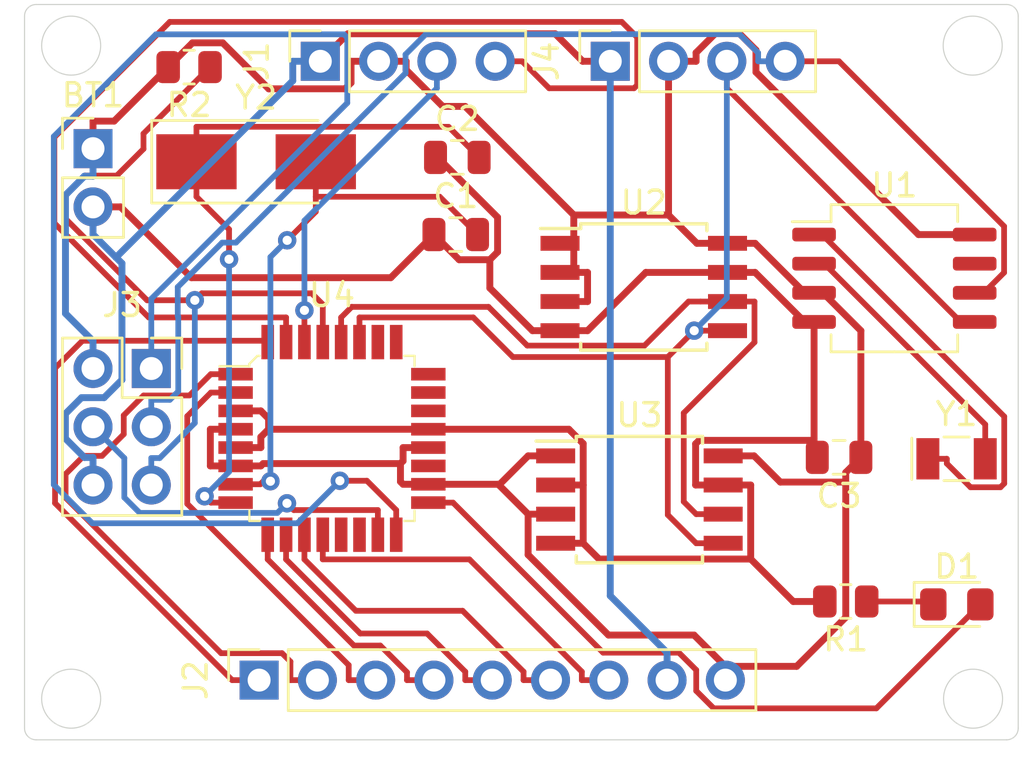
<source format=kicad_pcb>
(kicad_pcb (version 20171130) (host pcbnew 5.1.7-a382d34a8~87~ubuntu20.04.1)

  (general
    (thickness 1.6)
    (drawings 12)
    (tracks 349)
    (zones 0)
    (modules 17)
    (nets 33)
  )

  (page A4)
  (title_block
    (title "Arduino battery powered clone with extended EEPROM and clock")
    (date 2020-11-09)
    (rev 1)
    (comment 1 "Designed by Simon Jalil")
  )

  (layers
    (0 F.Cu signal)
    (31 B.Cu mixed)
    (32 B.Adhes user)
    (33 F.Adhes user)
    (34 B.Paste user)
    (35 F.Paste user)
    (36 B.SilkS user)
    (37 F.SilkS user)
    (38 B.Mask user)
    (39 F.Mask user)
    (40 Dwgs.User user)
    (41 Cmts.User user)
    (42 Eco1.User user)
    (43 Eco2.User user)
    (44 Edge.Cuts user)
    (45 Margin user)
    (46 B.CrtYd user)
    (47 F.CrtYd user)
    (48 B.Fab user)
    (49 F.Fab user)
  )

  (setup
    (last_trace_width 0.25)
    (user_trace_width 0.3)
    (trace_clearance 0.2)
    (zone_clearance 0.508)
    (zone_45_only no)
    (trace_min 0.2)
    (via_size 0.8)
    (via_drill 0.4)
    (via_min_size 0.4)
    (via_min_drill 0.3)
    (user_via 1 0.6)
    (uvia_size 0.3)
    (uvia_drill 0.1)
    (uvias_allowed no)
    (uvia_min_size 0.2)
    (uvia_min_drill 0.1)
    (edge_width 0.05)
    (segment_width 0.2)
    (pcb_text_width 0.3)
    (pcb_text_size 1.5 1.5)
    (mod_edge_width 0.12)
    (mod_text_size 1 1)
    (mod_text_width 0.15)
    (pad_size 1.524 1.524)
    (pad_drill 0.762)
    (pad_to_mask_clearance 0)
    (aux_axis_origin 0 0)
    (visible_elements FFFFF77F)
    (pcbplotparams
      (layerselection 0x010fc_ffffffff)
      (usegerberextensions false)
      (usegerberattributes true)
      (usegerberadvancedattributes true)
      (creategerberjobfile true)
      (excludeedgelayer true)
      (linewidth 0.100000)
      (plotframeref false)
      (viasonmask false)
      (mode 1)
      (useauxorigin false)
      (hpglpennumber 1)
      (hpglpenspeed 20)
      (hpglpendiameter 15.000000)
      (psnegative false)
      (psa4output false)
      (plotreference true)
      (plotvalue true)
      (plotinvisibletext false)
      (padsonsilk false)
      (subtractmaskfromsilk false)
      (outputformat 1)
      (mirror false)
      (drillshape 1)
      (scaleselection 1)
      (outputdirectory ""))
  )

  (net 0 "")
  (net 1 /Vcc)
  (net 2 GNDPWR)
  (net 3 "Net-(C1-Pad2)")
  (net 4 "Net-(C2-Pad2)")
  (net 5 "Net-(D1-Pad1)")
  (net 6 "Net-(D1-Pad2)")
  (net 7 /TX)
  (net 8 /RX)
  (net 9 /D2)
  (net 10 /D3)
  (net 11 /D4)
  (net 12 /D5)
  (net 13 /D6)
  (net 14 /D7)
  (net 15 /D8)
  (net 16 /MISO)
  (net 17 /SCK)
  (net 18 /MOSI)
  (net 19 /RESET)
  (net 20 /SDA)
  (net 21 "Net-(U1-Pad1)")
  (net 22 "Net-(U1-Pad2)")
  (net 23 "Net-(U1-Pad7)")
  (net 24 /SCL)
  (net 25 "Net-(U4-Pad13)")
  (net 26 "Net-(U4-Pad14)")
  (net 27 "Net-(U4-Pad19)")
  (net 28 "Net-(U4-Pad22)")
  (net 29 "Net-(U4-Pad23)")
  (net 30 "Net-(U4-Pad24)")
  (net 31 "Net-(U4-Pad25)")
  (net 32 "Net-(U4-Pad26)")

  (net_class Default "This is the default net class."
    (clearance 0.2)
    (trace_width 0.25)
    (via_dia 0.8)
    (via_drill 0.4)
    (uvia_dia 0.3)
    (uvia_drill 0.1)
    (add_net /D2)
    (add_net /D3)
    (add_net /D4)
    (add_net /D5)
    (add_net /D6)
    (add_net /D7)
    (add_net /D8)
    (add_net /MISO)
    (add_net /MOSI)
    (add_net /RESET)
    (add_net /RX)
    (add_net /SCK)
    (add_net /SCL)
    (add_net /SDA)
    (add_net /TX)
    (add_net "Net-(C1-Pad2)")
    (add_net "Net-(C2-Pad2)")
    (add_net "Net-(D1-Pad1)")
    (add_net "Net-(D1-Pad2)")
    (add_net "Net-(U1-Pad1)")
    (add_net "Net-(U1-Pad2)")
    (add_net "Net-(U1-Pad7)")
    (add_net "Net-(U4-Pad13)")
    (add_net "Net-(U4-Pad14)")
    (add_net "Net-(U4-Pad19)")
    (add_net "Net-(U4-Pad22)")
    (add_net "Net-(U4-Pad23)")
    (add_net "Net-(U4-Pad24)")
    (add_net "Net-(U4-Pad25)")
    (add_net "Net-(U4-Pad26)")
  )

  (net_class Power ""
    (clearance 0.2)
    (trace_width 0.3)
    (via_dia 1)
    (via_drill 0.6)
    (uvia_dia 0.3)
    (uvia_drill 0.1)
    (add_net /Vcc)
    (add_net GNDPWR)
  )

  (module Connector_PinHeader_2.54mm:PinHeader_1x02_P2.54mm_Vertical (layer F.Cu) (tedit 59FED5CC) (tstamp 5FA9F9ED)
    (at 80.645 50.4825)
    (descr "Through hole straight pin header, 1x02, 2.54mm pitch, single row")
    (tags "Through hole pin header THT 1x02 2.54mm single row")
    (path /5FA8983A)
    (fp_text reference BT1 (at 0 -2.33) (layer F.SilkS)
      (effects (font (size 1 1) (thickness 0.15)))
    )
    (fp_text value "Battery 3V" (at 0 4.87) (layer F.Fab)
      (effects (font (size 1 1) (thickness 0.15)))
    )
    (fp_line (start 1.8 -1.8) (end -1.8 -1.8) (layer F.CrtYd) (width 0.05))
    (fp_line (start 1.8 4.35) (end 1.8 -1.8) (layer F.CrtYd) (width 0.05))
    (fp_line (start -1.8 4.35) (end 1.8 4.35) (layer F.CrtYd) (width 0.05))
    (fp_line (start -1.8 -1.8) (end -1.8 4.35) (layer F.CrtYd) (width 0.05))
    (fp_line (start -1.33 -1.33) (end 0 -1.33) (layer F.SilkS) (width 0.12))
    (fp_line (start -1.33 0) (end -1.33 -1.33) (layer F.SilkS) (width 0.12))
    (fp_line (start -1.33 1.27) (end 1.33 1.27) (layer F.SilkS) (width 0.12))
    (fp_line (start 1.33 1.27) (end 1.33 3.87) (layer F.SilkS) (width 0.12))
    (fp_line (start -1.33 1.27) (end -1.33 3.87) (layer F.SilkS) (width 0.12))
    (fp_line (start -1.33 3.87) (end 1.33 3.87) (layer F.SilkS) (width 0.12))
    (fp_line (start -1.27 -0.635) (end -0.635 -1.27) (layer F.Fab) (width 0.1))
    (fp_line (start -1.27 3.81) (end -1.27 -0.635) (layer F.Fab) (width 0.1))
    (fp_line (start 1.27 3.81) (end -1.27 3.81) (layer F.Fab) (width 0.1))
    (fp_line (start 1.27 -1.27) (end 1.27 3.81) (layer F.Fab) (width 0.1))
    (fp_line (start -0.635 -1.27) (end 1.27 -1.27) (layer F.Fab) (width 0.1))
    (fp_text user %R (at 0 1.27 90) (layer F.Fab)
      (effects (font (size 1 1) (thickness 0.15)))
    )
    (pad 1 thru_hole rect (at 0 0) (size 1.7 1.7) (drill 1) (layers *.Cu *.Mask)
      (net 1 /Vcc))
    (pad 2 thru_hole oval (at 0 2.54) (size 1.7 1.7) (drill 1) (layers *.Cu *.Mask)
      (net 2 GNDPWR))
    (model ${KISYS3DMOD}/Connector_PinHeader_2.54mm.3dshapes/PinHeader_1x02_P2.54mm_Vertical.wrl
      (at (xyz 0 0 0))
      (scale (xyz 1 1 1))
      (rotate (xyz 0 0 0))
    )
  )

  (module Capacitor_SMD:C_0805_2012Metric (layer F.Cu) (tedit 5F68FEEE) (tstamp 5FA9DD89)
    (at 96.454 54.229)
    (descr "Capacitor SMD 0805 (2012 Metric), square (rectangular) end terminal, IPC_7351 nominal, (Body size source: IPC-SM-782 page 76, https://www.pcb-3d.com/wordpress/wp-content/uploads/ipc-sm-782a_amendment_1_and_2.pdf, https://docs.google.com/spreadsheets/d/1BsfQQcO9C6DZCsRaXUlFlo91Tg2WpOkGARC1WS5S8t0/edit?usp=sharing), generated with kicad-footprint-generator")
    (tags capacitor)
    (path /5FA8A147)
    (attr smd)
    (fp_text reference C1 (at 0 -1.68) (layer F.SilkS)
      (effects (font (size 1 1) (thickness 0.15)))
    )
    (fp_text value 22pF (at 0 1.68) (layer F.Fab)
      (effects (font (size 1 1) (thickness 0.15)))
    )
    (fp_line (start 1.7 0.98) (end -1.7 0.98) (layer F.CrtYd) (width 0.05))
    (fp_line (start 1.7 -0.98) (end 1.7 0.98) (layer F.CrtYd) (width 0.05))
    (fp_line (start -1.7 -0.98) (end 1.7 -0.98) (layer F.CrtYd) (width 0.05))
    (fp_line (start -1.7 0.98) (end -1.7 -0.98) (layer F.CrtYd) (width 0.05))
    (fp_line (start -0.261252 0.735) (end 0.261252 0.735) (layer F.SilkS) (width 0.12))
    (fp_line (start -0.261252 -0.735) (end 0.261252 -0.735) (layer F.SilkS) (width 0.12))
    (fp_line (start 1 0.625) (end -1 0.625) (layer F.Fab) (width 0.1))
    (fp_line (start 1 -0.625) (end 1 0.625) (layer F.Fab) (width 0.1))
    (fp_line (start -1 -0.625) (end 1 -0.625) (layer F.Fab) (width 0.1))
    (fp_line (start -1 0.625) (end -1 -0.625) (layer F.Fab) (width 0.1))
    (fp_text user %R (at 0 0) (layer F.Fab)
      (effects (font (size 0.5 0.5) (thickness 0.08)))
    )
    (pad 1 smd roundrect (at -0.95 0) (size 1 1.45) (layers F.Cu F.Paste F.Mask) (roundrect_rratio 0.25)
      (net 2 GNDPWR))
    (pad 2 smd roundrect (at 0.95 0) (size 1 1.45) (layers F.Cu F.Paste F.Mask) (roundrect_rratio 0.25)
      (net 3 "Net-(C1-Pad2)"))
    (model ${KISYS3DMOD}/Capacitor_SMD.3dshapes/C_0805_2012Metric.wrl
      (at (xyz 0 0 0))
      (scale (xyz 1 1 1))
      (rotate (xyz 0 0 0))
    )
  )

  (module Capacitor_SMD:C_0805_2012Metric (layer F.Cu) (tedit 5F68FEEE) (tstamp 5FA9DD9A)
    (at 96.5225 50.8635)
    (descr "Capacitor SMD 0805 (2012 Metric), square (rectangular) end terminal, IPC_7351 nominal, (Body size source: IPC-SM-782 page 76, https://www.pcb-3d.com/wordpress/wp-content/uploads/ipc-sm-782a_amendment_1_and_2.pdf, https://docs.google.com/spreadsheets/d/1BsfQQcO9C6DZCsRaXUlFlo91Tg2WpOkGARC1WS5S8t0/edit?usp=sharing), generated with kicad-footprint-generator")
    (tags capacitor)
    (path /5FA8B653)
    (attr smd)
    (fp_text reference C2 (at 0 -1.68) (layer F.SilkS)
      (effects (font (size 1 1) (thickness 0.15)))
    )
    (fp_text value 22pF (at 0 1.68) (layer F.Fab)
      (effects (font (size 1 1) (thickness 0.15)))
    )
    (fp_text user %R (at 0 0) (layer F.Fab)
      (effects (font (size 0.5 0.5) (thickness 0.08)))
    )
    (fp_line (start -1 0.625) (end -1 -0.625) (layer F.Fab) (width 0.1))
    (fp_line (start -1 -0.625) (end 1 -0.625) (layer F.Fab) (width 0.1))
    (fp_line (start 1 -0.625) (end 1 0.625) (layer F.Fab) (width 0.1))
    (fp_line (start 1 0.625) (end -1 0.625) (layer F.Fab) (width 0.1))
    (fp_line (start -0.261252 -0.735) (end 0.261252 -0.735) (layer F.SilkS) (width 0.12))
    (fp_line (start -0.261252 0.735) (end 0.261252 0.735) (layer F.SilkS) (width 0.12))
    (fp_line (start -1.7 0.98) (end -1.7 -0.98) (layer F.CrtYd) (width 0.05))
    (fp_line (start -1.7 -0.98) (end 1.7 -0.98) (layer F.CrtYd) (width 0.05))
    (fp_line (start 1.7 -0.98) (end 1.7 0.98) (layer F.CrtYd) (width 0.05))
    (fp_line (start 1.7 0.98) (end -1.7 0.98) (layer F.CrtYd) (width 0.05))
    (pad 2 smd roundrect (at 0.95 0) (size 1 1.45) (layers F.Cu F.Paste F.Mask) (roundrect_rratio 0.25)
      (net 4 "Net-(C2-Pad2)"))
    (pad 1 smd roundrect (at -0.95 0) (size 1 1.45) (layers F.Cu F.Paste F.Mask) (roundrect_rratio 0.25)
      (net 2 GNDPWR))
    (model ${KISYS3DMOD}/Capacitor_SMD.3dshapes/C_0805_2012Metric.wrl
      (at (xyz 0 0 0))
      (scale (xyz 1 1 1))
      (rotate (xyz 0 0 0))
    )
  )

  (module Capacitor_SMD:C_0805_2012Metric (layer F.Cu) (tedit 5F68FEEE) (tstamp 5FA9DDAB)
    (at 113.16 63.9445 180)
    (descr "Capacitor SMD 0805 (2012 Metric), square (rectangular) end terminal, IPC_7351 nominal, (Body size source: IPC-SM-782 page 76, https://www.pcb-3d.com/wordpress/wp-content/uploads/ipc-sm-782a_amendment_1_and_2.pdf, https://docs.google.com/spreadsheets/d/1BsfQQcO9C6DZCsRaXUlFlo91Tg2WpOkGARC1WS5S8t0/edit?usp=sharing), generated with kicad-footprint-generator")
    (tags capacitor)
    (path /5FA8BAEB)
    (attr smd)
    (fp_text reference C3 (at 0 -1.68) (layer F.SilkS)
      (effects (font (size 1 1) (thickness 0.15)))
    )
    (fp_text value 10uF (at 0 1.68) (layer F.Fab)
      (effects (font (size 1 1) (thickness 0.15)))
    )
    (fp_line (start 1.7 0.98) (end -1.7 0.98) (layer F.CrtYd) (width 0.05))
    (fp_line (start 1.7 -0.98) (end 1.7 0.98) (layer F.CrtYd) (width 0.05))
    (fp_line (start -1.7 -0.98) (end 1.7 -0.98) (layer F.CrtYd) (width 0.05))
    (fp_line (start -1.7 0.98) (end -1.7 -0.98) (layer F.CrtYd) (width 0.05))
    (fp_line (start -0.261252 0.735) (end 0.261252 0.735) (layer F.SilkS) (width 0.12))
    (fp_line (start -0.261252 -0.735) (end 0.261252 -0.735) (layer F.SilkS) (width 0.12))
    (fp_line (start 1 0.625) (end -1 0.625) (layer F.Fab) (width 0.1))
    (fp_line (start 1 -0.625) (end 1 0.625) (layer F.Fab) (width 0.1))
    (fp_line (start -1 -0.625) (end 1 -0.625) (layer F.Fab) (width 0.1))
    (fp_line (start -1 0.625) (end -1 -0.625) (layer F.Fab) (width 0.1))
    (fp_text user %R (at 0 0) (layer F.Fab)
      (effects (font (size 0.5 0.5) (thickness 0.08)))
    )
    (pad 1 smd roundrect (at -0.95 0 180) (size 1 1.45) (layers F.Cu F.Paste F.Mask) (roundrect_rratio 0.25)
      (net 1 /Vcc))
    (pad 2 smd roundrect (at 0.95 0 180) (size 1 1.45) (layers F.Cu F.Paste F.Mask) (roundrect_rratio 0.25)
      (net 2 GNDPWR))
    (model ${KISYS3DMOD}/Capacitor_SMD.3dshapes/C_0805_2012Metric.wrl
      (at (xyz 0 0 0))
      (scale (xyz 1 1 1))
      (rotate (xyz 0 0 0))
    )
  )

  (module LED_SMD:LED_0805_2012Metric_Pad1.15x1.40mm_HandSolder (layer F.Cu) (tedit 5F68FEF1) (tstamp 5FA9DDBE)
    (at 118.292 70.358)
    (descr "LED SMD 0805 (2012 Metric), square (rectangular) end terminal, IPC_7351 nominal, (Body size source: https://docs.google.com/spreadsheets/d/1BsfQQcO9C6DZCsRaXUlFlo91Tg2WpOkGARC1WS5S8t0/edit?usp=sharing), generated with kicad-footprint-generator")
    (tags "LED handsolder")
    (path /5FA8C83E)
    (attr smd)
    (fp_text reference D1 (at 0 -1.65) (layer F.SilkS)
      (effects (font (size 1 1) (thickness 0.15)))
    )
    (fp_text value LED (at 0 1.65) (layer F.Fab)
      (effects (font (size 1 1) (thickness 0.15)))
    )
    (fp_line (start 1.85 0.95) (end -1.85 0.95) (layer F.CrtYd) (width 0.05))
    (fp_line (start 1.85 -0.95) (end 1.85 0.95) (layer F.CrtYd) (width 0.05))
    (fp_line (start -1.85 -0.95) (end 1.85 -0.95) (layer F.CrtYd) (width 0.05))
    (fp_line (start -1.85 0.95) (end -1.85 -0.95) (layer F.CrtYd) (width 0.05))
    (fp_line (start -1.86 0.96) (end 1 0.96) (layer F.SilkS) (width 0.12))
    (fp_line (start -1.86 -0.96) (end -1.86 0.96) (layer F.SilkS) (width 0.12))
    (fp_line (start 1 -0.96) (end -1.86 -0.96) (layer F.SilkS) (width 0.12))
    (fp_line (start 1 0.6) (end 1 -0.6) (layer F.Fab) (width 0.1))
    (fp_line (start -1 0.6) (end 1 0.6) (layer F.Fab) (width 0.1))
    (fp_line (start -1 -0.3) (end -1 0.6) (layer F.Fab) (width 0.1))
    (fp_line (start -0.7 -0.6) (end -1 -0.3) (layer F.Fab) (width 0.1))
    (fp_line (start 1 -0.6) (end -0.7 -0.6) (layer F.Fab) (width 0.1))
    (fp_text user %R (at 0 0) (layer F.Fab)
      (effects (font (size 0.5 0.5) (thickness 0.08)))
    )
    (pad 1 smd roundrect (at -1.025 0) (size 1.15 1.4) (layers F.Cu F.Paste F.Mask) (roundrect_rratio 0.217391)
      (net 5 "Net-(D1-Pad1)"))
    (pad 2 smd roundrect (at 1.025 0) (size 1.15 1.4) (layers F.Cu F.Paste F.Mask) (roundrect_rratio 0.217391)
      (net 6 "Net-(D1-Pad2)"))
    (model ${KISYS3DMOD}/LED_SMD.3dshapes/LED_0805_2012Metric.wrl
      (at (xyz 0 0 0))
      (scale (xyz 1 1 1))
      (rotate (xyz 0 0 0))
    )
  )

  (module Connector_PinSocket_2.54mm:PinSocket_1x04_P2.54mm_Vertical (layer F.Cu) (tedit 5A19A429) (tstamp 5FA9DDD6)
    (at 90.551 46.6725 90)
    (descr "Through hole straight socket strip, 1x04, 2.54mm pitch, single row (from Kicad 4.0.7), script generated")
    (tags "Through hole socket strip THT 1x04 2.54mm single row")
    (path /5FA91ACF/5FA97BB8)
    (fp_text reference J1 (at 0 -2.77 90) (layer F.SilkS)
      (effects (font (size 1 1) (thickness 0.15)))
    )
    (fp_text value "Serial " (at 0 10.39 90) (layer F.Fab)
      (effects (font (size 1 1) (thickness 0.15)))
    )
    (fp_text user %R (at 0 3.81) (layer F.Fab)
      (effects (font (size 1 1) (thickness 0.15)))
    )
    (fp_line (start -1.27 -1.27) (end 0.635 -1.27) (layer F.Fab) (width 0.1))
    (fp_line (start 0.635 -1.27) (end 1.27 -0.635) (layer F.Fab) (width 0.1))
    (fp_line (start 1.27 -0.635) (end 1.27 8.89) (layer F.Fab) (width 0.1))
    (fp_line (start 1.27 8.89) (end -1.27 8.89) (layer F.Fab) (width 0.1))
    (fp_line (start -1.27 8.89) (end -1.27 -1.27) (layer F.Fab) (width 0.1))
    (fp_line (start -1.33 1.27) (end 1.33 1.27) (layer F.SilkS) (width 0.12))
    (fp_line (start -1.33 1.27) (end -1.33 8.95) (layer F.SilkS) (width 0.12))
    (fp_line (start -1.33 8.95) (end 1.33 8.95) (layer F.SilkS) (width 0.12))
    (fp_line (start 1.33 1.27) (end 1.33 8.95) (layer F.SilkS) (width 0.12))
    (fp_line (start 1.33 -1.33) (end 1.33 0) (layer F.SilkS) (width 0.12))
    (fp_line (start 0 -1.33) (end 1.33 -1.33) (layer F.SilkS) (width 0.12))
    (fp_line (start -1.8 -1.8) (end 1.75 -1.8) (layer F.CrtYd) (width 0.05))
    (fp_line (start 1.75 -1.8) (end 1.75 9.4) (layer F.CrtYd) (width 0.05))
    (fp_line (start 1.75 9.4) (end -1.8 9.4) (layer F.CrtYd) (width 0.05))
    (fp_line (start -1.8 9.4) (end -1.8 -1.8) (layer F.CrtYd) (width 0.05))
    (pad 4 thru_hole oval (at 0 7.62 90) (size 1.7 1.7) (drill 1) (layers *.Cu *.Mask)
      (net 7 /TX))
    (pad 3 thru_hole oval (at 0 5.08 90) (size 1.7 1.7) (drill 1) (layers *.Cu *.Mask)
      (net 8 /RX))
    (pad 2 thru_hole oval (at 0 2.54 90) (size 1.7 1.7) (drill 1) (layers *.Cu *.Mask)
      (net 1 /Vcc))
    (pad 1 thru_hole rect (at 0 0 90) (size 1.7 1.7) (drill 1) (layers *.Cu *.Mask)
      (net 2 GNDPWR))
    (model ${KISYS3DMOD}/Connector_PinSocket_2.54mm.3dshapes/PinSocket_1x04_P2.54mm_Vertical.wrl
      (at (xyz 0 0 0))
      (scale (xyz 1 1 1))
      (rotate (xyz 0 0 0))
    )
  )

  (module Connector_PinSocket_2.54mm:PinSocket_1x09_P2.54mm_Vertical (layer F.Cu) (tedit 5A19A431) (tstamp 5FA9E7F6)
    (at 87.884 73.66 90)
    (descr "Through hole straight socket strip, 1x09, 2.54mm pitch, single row (from Kicad 4.0.7), script generated")
    (tags "Through hole socket strip THT 1x09 2.54mm single row")
    (path /5FA91ACF/5FA96DA0)
    (fp_text reference J2 (at 0 -2.77 90) (layer F.SilkS)
      (effects (font (size 1 1) (thickness 0.15)))
    )
    (fp_text value "Digital pins" (at 0 23.09 90) (layer F.Fab)
      (effects (font (size 1 1) (thickness 0.15)))
    )
    (fp_line (start -1.8 22.1) (end -1.8 -1.8) (layer F.CrtYd) (width 0.05))
    (fp_line (start 1.75 22.1) (end -1.8 22.1) (layer F.CrtYd) (width 0.05))
    (fp_line (start 1.75 -1.8) (end 1.75 22.1) (layer F.CrtYd) (width 0.05))
    (fp_line (start -1.8 -1.8) (end 1.75 -1.8) (layer F.CrtYd) (width 0.05))
    (fp_line (start 0 -1.33) (end 1.33 -1.33) (layer F.SilkS) (width 0.12))
    (fp_line (start 1.33 -1.33) (end 1.33 0) (layer F.SilkS) (width 0.12))
    (fp_line (start 1.33 1.27) (end 1.33 21.65) (layer F.SilkS) (width 0.12))
    (fp_line (start -1.33 21.65) (end 1.33 21.65) (layer F.SilkS) (width 0.12))
    (fp_line (start -1.33 1.27) (end -1.33 21.65) (layer F.SilkS) (width 0.12))
    (fp_line (start -1.33 1.27) (end 1.33 1.27) (layer F.SilkS) (width 0.12))
    (fp_line (start -1.27 21.59) (end -1.27 -1.27) (layer F.Fab) (width 0.1))
    (fp_line (start 1.27 21.59) (end -1.27 21.59) (layer F.Fab) (width 0.1))
    (fp_line (start 1.27 -0.635) (end 1.27 21.59) (layer F.Fab) (width 0.1))
    (fp_line (start 0.635 -1.27) (end 1.27 -0.635) (layer F.Fab) (width 0.1))
    (fp_line (start -1.27 -1.27) (end 0.635 -1.27) (layer F.Fab) (width 0.1))
    (fp_text user %R (at 0 10.16) (layer F.Fab)
      (effects (font (size 1 1) (thickness 0.15)))
    )
    (pad 1 thru_hole rect (at 0 0 90) (size 1.7 1.7) (drill 1) (layers *.Cu *.Mask)
      (net 9 /D2))
    (pad 2 thru_hole oval (at 0 2.54 90) (size 1.7 1.7) (drill 1) (layers *.Cu *.Mask)
      (net 10 /D3))
    (pad 3 thru_hole oval (at 0 5.08 90) (size 1.7 1.7) (drill 1) (layers *.Cu *.Mask)
      (net 11 /D4))
    (pad 4 thru_hole oval (at 0 7.62 90) (size 1.7 1.7) (drill 1) (layers *.Cu *.Mask)
      (net 12 /D5))
    (pad 5 thru_hole oval (at 0 10.16 90) (size 1.7 1.7) (drill 1) (layers *.Cu *.Mask)
      (net 13 /D6))
    (pad 6 thru_hole oval (at 0 12.7 90) (size 1.7 1.7) (drill 1) (layers *.Cu *.Mask)
      (net 14 /D7))
    (pad 7 thru_hole oval (at 0 15.24 90) (size 1.7 1.7) (drill 1) (layers *.Cu *.Mask)
      (net 15 /D8))
    (pad 8 thru_hole oval (at 0 17.78 90) (size 1.7 1.7) (drill 1) (layers *.Cu *.Mask)
      (net 2 GNDPWR))
    (pad 9 thru_hole oval (at 0 20.32 90) (size 1.7 1.7) (drill 1) (layers *.Cu *.Mask)
      (net 1 /Vcc))
    (model ${KISYS3DMOD}/Connector_PinSocket_2.54mm.3dshapes/PinSocket_1x09_P2.54mm_Vertical.wrl
      (at (xyz 0 0 0))
      (scale (xyz 1 1 1))
      (rotate (xyz 0 0 0))
    )
  )

  (module Connector_PinSocket_2.54mm:PinSocket_2x03_P2.54mm_Vertical (layer F.Cu) (tedit 5A19A425) (tstamp 5FA9DE0F)
    (at 83.185 60.071)
    (descr "Through hole straight socket strip, 2x03, 2.54mm pitch, double cols (from Kicad 4.0.7), script generated")
    (tags "Through hole socket strip THT 2x03 2.54mm double row")
    (path /5FA91ACF/5FA98504)
    (fp_text reference J3 (at -1.27 -2.77) (layer F.SilkS)
      (effects (font (size 1 1) (thickness 0.15)))
    )
    (fp_text value ICSP (at -1.27 7.85) (layer F.Fab)
      (effects (font (size 1 1) (thickness 0.15)))
    )
    (fp_line (start -4.34 6.85) (end -4.34 -1.8) (layer F.CrtYd) (width 0.05))
    (fp_line (start 1.76 6.85) (end -4.34 6.85) (layer F.CrtYd) (width 0.05))
    (fp_line (start 1.76 -1.8) (end 1.76 6.85) (layer F.CrtYd) (width 0.05))
    (fp_line (start -4.34 -1.8) (end 1.76 -1.8) (layer F.CrtYd) (width 0.05))
    (fp_line (start 0 -1.33) (end 1.33 -1.33) (layer F.SilkS) (width 0.12))
    (fp_line (start 1.33 -1.33) (end 1.33 0) (layer F.SilkS) (width 0.12))
    (fp_line (start -1.27 -1.33) (end -1.27 1.27) (layer F.SilkS) (width 0.12))
    (fp_line (start -1.27 1.27) (end 1.33 1.27) (layer F.SilkS) (width 0.12))
    (fp_line (start 1.33 1.27) (end 1.33 6.41) (layer F.SilkS) (width 0.12))
    (fp_line (start -3.87 6.41) (end 1.33 6.41) (layer F.SilkS) (width 0.12))
    (fp_line (start -3.87 -1.33) (end -3.87 6.41) (layer F.SilkS) (width 0.12))
    (fp_line (start -3.87 -1.33) (end -1.27 -1.33) (layer F.SilkS) (width 0.12))
    (fp_line (start -3.81 6.35) (end -3.81 -1.27) (layer F.Fab) (width 0.1))
    (fp_line (start 1.27 6.35) (end -3.81 6.35) (layer F.Fab) (width 0.1))
    (fp_line (start 1.27 -0.27) (end 1.27 6.35) (layer F.Fab) (width 0.1))
    (fp_line (start 0.27 -1.27) (end 1.27 -0.27) (layer F.Fab) (width 0.1))
    (fp_line (start -3.81 -1.27) (end 0.27 -1.27) (layer F.Fab) (width 0.1))
    (fp_text user %R (at -1.27 2.54 90) (layer F.Fab)
      (effects (font (size 1 1) (thickness 0.15)))
    )
    (pad 1 thru_hole rect (at 0 0) (size 1.7 1.7) (drill 1) (layers *.Cu *.Mask)
      (net 16 /MISO))
    (pad 2 thru_hole oval (at -2.54 0) (size 1.7 1.7) (drill 1) (layers *.Cu *.Mask)
      (net 1 /Vcc))
    (pad 3 thru_hole oval (at 0 2.54) (size 1.7 1.7) (drill 1) (layers *.Cu *.Mask)
      (net 17 /SCK))
    (pad 4 thru_hole oval (at -2.54 2.54) (size 1.7 1.7) (drill 1) (layers *.Cu *.Mask)
      (net 18 /MOSI))
    (pad 5 thru_hole oval (at 0 5.08) (size 1.7 1.7) (drill 1) (layers *.Cu *.Mask)
      (net 19 /RESET))
    (pad 6 thru_hole oval (at -2.54 5.08) (size 1.7 1.7) (drill 1) (layers *.Cu *.Mask)
      (net 2 GNDPWR))
    (model ${KISYS3DMOD}/Connector_PinSocket_2.54mm.3dshapes/PinSocket_2x03_P2.54mm_Vertical.wrl
      (at (xyz 0 0 0))
      (scale (xyz 1 1 1))
      (rotate (xyz 0 0 0))
    )
  )

  (module Connector_PinSocket_2.54mm:PinSocket_1x04_P2.54mm_Vertical (layer F.Cu) (tedit 5A19A429) (tstamp 5FA9EF4F)
    (at 103.188 46.6725 90)
    (descr "Through hole straight socket strip, 1x04, 2.54mm pitch, single row (from Kicad 4.0.7), script generated")
    (tags "Through hole socket strip THT 1x04 2.54mm single row")
    (path /5FA91ACF/5FA99251)
    (fp_text reference J4 (at 0 -2.77 90) (layer F.SilkS)
      (effects (font (size 1 1) (thickness 0.15)))
    )
    (fp_text value I2C (at 0 10.39 90) (layer F.Fab)
      (effects (font (size 1 1) (thickness 0.15)))
    )
    (fp_line (start -1.8 9.4) (end -1.8 -1.8) (layer F.CrtYd) (width 0.05))
    (fp_line (start 1.75 9.4) (end -1.8 9.4) (layer F.CrtYd) (width 0.05))
    (fp_line (start 1.75 -1.8) (end 1.75 9.4) (layer F.CrtYd) (width 0.05))
    (fp_line (start -1.8 -1.8) (end 1.75 -1.8) (layer F.CrtYd) (width 0.05))
    (fp_line (start 0 -1.33) (end 1.33 -1.33) (layer F.SilkS) (width 0.12))
    (fp_line (start 1.33 -1.33) (end 1.33 0) (layer F.SilkS) (width 0.12))
    (fp_line (start 1.33 1.27) (end 1.33 8.95) (layer F.SilkS) (width 0.12))
    (fp_line (start -1.33 8.95) (end 1.33 8.95) (layer F.SilkS) (width 0.12))
    (fp_line (start -1.33 1.27) (end -1.33 8.95) (layer F.SilkS) (width 0.12))
    (fp_line (start -1.33 1.27) (end 1.33 1.27) (layer F.SilkS) (width 0.12))
    (fp_line (start -1.27 8.89) (end -1.27 -1.27) (layer F.Fab) (width 0.1))
    (fp_line (start 1.27 8.89) (end -1.27 8.89) (layer F.Fab) (width 0.1))
    (fp_line (start 1.27 -0.635) (end 1.27 8.89) (layer F.Fab) (width 0.1))
    (fp_line (start 0.635 -1.27) (end 1.27 -0.635) (layer F.Fab) (width 0.1))
    (fp_line (start -1.27 -1.27) (end 0.635 -1.27) (layer F.Fab) (width 0.1))
    (fp_text user %R (at 0 3.81) (layer F.Fab)
      (effects (font (size 1 1) (thickness 0.15)))
    )
    (pad 1 thru_hole rect (at 0 0 90) (size 1.7 1.7) (drill 1) (layers *.Cu *.Mask)
      (net 2 GNDPWR))
    (pad 2 thru_hole oval (at 0 2.54 90) (size 1.7 1.7) (drill 1) (layers *.Cu *.Mask)
      (net 1 /Vcc))
    (pad 3 thru_hole oval (at 0 5.08 90) (size 1.7 1.7) (drill 1) (layers *.Cu *.Mask)
      (net 20 /SDA))
    (pad 4 thru_hole oval (at 0 7.62 90) (size 1.7 1.7) (drill 1) (layers *.Cu *.Mask)
      (net 17 /SCK))
    (model ${KISYS3DMOD}/Connector_PinSocket_2.54mm.3dshapes/PinSocket_1x04_P2.54mm_Vertical.wrl
      (at (xyz 0 0 0))
      (scale (xyz 1 1 1))
      (rotate (xyz 0 0 0))
    )
  )

  (module Resistor_SMD:R_0805_2012Metric (layer F.Cu) (tedit 5F68FEEE) (tstamp 5FA9F5F9)
    (at 113.451 70.231 180)
    (descr "Resistor SMD 0805 (2012 Metric), square (rectangular) end terminal, IPC_7351 nominal, (Body size source: IPC-SM-782 page 72, https://www.pcb-3d.com/wordpress/wp-content/uploads/ipc-sm-782a_amendment_1_and_2.pdf), generated with kicad-footprint-generator")
    (tags resistor)
    (path /5FA8D2E3)
    (attr smd)
    (fp_text reference R1 (at 0 -1.65) (layer F.SilkS)
      (effects (font (size 1 1) (thickness 0.15)))
    )
    (fp_text value 330Omh (at 0 1.65) (layer F.Fab)
      (effects (font (size 1 1) (thickness 0.15)))
    )
    (fp_line (start 1.68 0.95) (end -1.68 0.95) (layer F.CrtYd) (width 0.05))
    (fp_line (start 1.68 -0.95) (end 1.68 0.95) (layer F.CrtYd) (width 0.05))
    (fp_line (start -1.68 -0.95) (end 1.68 -0.95) (layer F.CrtYd) (width 0.05))
    (fp_line (start -1.68 0.95) (end -1.68 -0.95) (layer F.CrtYd) (width 0.05))
    (fp_line (start -0.227064 0.735) (end 0.227064 0.735) (layer F.SilkS) (width 0.12))
    (fp_line (start -0.227064 -0.735) (end 0.227064 -0.735) (layer F.SilkS) (width 0.12))
    (fp_line (start 1 0.625) (end -1 0.625) (layer F.Fab) (width 0.1))
    (fp_line (start 1 -0.625) (end 1 0.625) (layer F.Fab) (width 0.1))
    (fp_line (start -1 -0.625) (end 1 -0.625) (layer F.Fab) (width 0.1))
    (fp_line (start -1 0.625) (end -1 -0.625) (layer F.Fab) (width 0.1))
    (fp_text user %R (at 0 0) (layer F.Fab)
      (effects (font (size 0.5 0.5) (thickness 0.08)))
    )
    (pad 1 smd roundrect (at -0.9125 0 180) (size 1.025 1.4) (layers F.Cu F.Paste F.Mask) (roundrect_rratio 0.243902)
      (net 5 "Net-(D1-Pad1)"))
    (pad 2 smd roundrect (at 0.9125 0 180) (size 1.025 1.4) (layers F.Cu F.Paste F.Mask) (roundrect_rratio 0.243902)
      (net 2 GNDPWR))
    (model ${KISYS3DMOD}/Resistor_SMD.3dshapes/R_0805_2012Metric.wrl
      (at (xyz 0 0 0))
      (scale (xyz 1 1 1))
      (rotate (xyz 0 0 0))
    )
  )

  (module Resistor_SMD:R_0805_2012Metric (layer F.Cu) (tedit 5F68FEEE) (tstamp 5FA9DE49)
    (at 84.8335 46.9265 180)
    (descr "Resistor SMD 0805 (2012 Metric), square (rectangular) end terminal, IPC_7351 nominal, (Body size source: IPC-SM-782 page 72, https://www.pcb-3d.com/wordpress/wp-content/uploads/ipc-sm-782a_amendment_1_and_2.pdf), generated with kicad-footprint-generator")
    (tags resistor)
    (path /5FA8D6C5)
    (attr smd)
    (fp_text reference R2 (at 0 -1.65) (layer F.SilkS)
      (effects (font (size 1 1) (thickness 0.15)))
    )
    (fp_text value 10KOhm (at 0 1.65) (layer F.Fab)
      (effects (font (size 1 1) (thickness 0.15)))
    )
    (fp_text user %R (at 0 0) (layer F.Fab)
      (effects (font (size 0.5 0.5) (thickness 0.08)))
    )
    (fp_line (start -1 0.625) (end -1 -0.625) (layer F.Fab) (width 0.1))
    (fp_line (start -1 -0.625) (end 1 -0.625) (layer F.Fab) (width 0.1))
    (fp_line (start 1 -0.625) (end 1 0.625) (layer F.Fab) (width 0.1))
    (fp_line (start 1 0.625) (end -1 0.625) (layer F.Fab) (width 0.1))
    (fp_line (start -0.227064 -0.735) (end 0.227064 -0.735) (layer F.SilkS) (width 0.12))
    (fp_line (start -0.227064 0.735) (end 0.227064 0.735) (layer F.SilkS) (width 0.12))
    (fp_line (start -1.68 0.95) (end -1.68 -0.95) (layer F.CrtYd) (width 0.05))
    (fp_line (start -1.68 -0.95) (end 1.68 -0.95) (layer F.CrtYd) (width 0.05))
    (fp_line (start 1.68 -0.95) (end 1.68 0.95) (layer F.CrtYd) (width 0.05))
    (fp_line (start 1.68 0.95) (end -1.68 0.95) (layer F.CrtYd) (width 0.05))
    (pad 2 smd roundrect (at 0.9125 0 180) (size 1.025 1.4) (layers F.Cu F.Paste F.Mask) (roundrect_rratio 0.243902)
      (net 1 /Vcc))
    (pad 1 smd roundrect (at -0.9125 0 180) (size 1.025 1.4) (layers F.Cu F.Paste F.Mask) (roundrect_rratio 0.243902)
      (net 19 /RESET))
    (model ${KISYS3DMOD}/Resistor_SMD.3dshapes/R_0805_2012Metric.wrl
      (at (xyz 0 0 0))
      (scale (xyz 1 1 1))
      (rotate (xyz 0 0 0))
    )
  )

  (module Package_SO:SO-8_5.3x6.2mm_P1.27mm (layer F.Cu) (tedit 5EA5315B) (tstamp 5FA9E438)
    (at 115.57 56.134)
    (descr "SO, 8 Pin (https://www.ti.com/lit/ml/msop001a/msop001a.pdf), generated with kicad-footprint-generator ipc_gullwing_generator.py")
    (tags "SO SO")
    (path /5FA9DB43)
    (attr smd)
    (fp_text reference U1 (at 0 -4.05) (layer F.SilkS)
      (effects (font (size 1 1) (thickness 0.15)))
    )
    (fp_text value DS1337S+ (at 0 4.05) (layer F.Fab)
      (effects (font (size 1 1) (thickness 0.15)))
    )
    (fp_line (start 4.7 -3.35) (end -4.7 -3.35) (layer F.CrtYd) (width 0.05))
    (fp_line (start 4.7 3.35) (end 4.7 -3.35) (layer F.CrtYd) (width 0.05))
    (fp_line (start -4.7 3.35) (end 4.7 3.35) (layer F.CrtYd) (width 0.05))
    (fp_line (start -4.7 -3.35) (end -4.7 3.35) (layer F.CrtYd) (width 0.05))
    (fp_line (start -2.65 -2.1) (end -1.65 -3.1) (layer F.Fab) (width 0.1))
    (fp_line (start -2.65 3.1) (end -2.65 -2.1) (layer F.Fab) (width 0.1))
    (fp_line (start 2.65 3.1) (end -2.65 3.1) (layer F.Fab) (width 0.1))
    (fp_line (start 2.65 -3.1) (end 2.65 3.1) (layer F.Fab) (width 0.1))
    (fp_line (start -1.65 -3.1) (end 2.65 -3.1) (layer F.Fab) (width 0.1))
    (fp_line (start -2.76 -2.465) (end -4.45 -2.465) (layer F.SilkS) (width 0.12))
    (fp_line (start -2.76 -3.21) (end -2.76 -2.465) (layer F.SilkS) (width 0.12))
    (fp_line (start 0 -3.21) (end -2.76 -3.21) (layer F.SilkS) (width 0.12))
    (fp_line (start 2.76 -3.21) (end 2.76 -2.465) (layer F.SilkS) (width 0.12))
    (fp_line (start 0 -3.21) (end 2.76 -3.21) (layer F.SilkS) (width 0.12))
    (fp_line (start -2.76 3.21) (end -2.76 2.465) (layer F.SilkS) (width 0.12))
    (fp_line (start 0 3.21) (end -2.76 3.21) (layer F.SilkS) (width 0.12))
    (fp_line (start 2.76 3.21) (end 2.76 2.465) (layer F.SilkS) (width 0.12))
    (fp_line (start 0 3.21) (end 2.76 3.21) (layer F.SilkS) (width 0.12))
    (fp_text user %R (at 0 0) (layer F.Fab)
      (effects (font (size 1 1) (thickness 0.15)))
    )
    (pad 1 smd roundrect (at -3.5 -1.905) (size 1.9 0.6) (layers F.Cu F.Paste F.Mask) (roundrect_rratio 0.25)
      (net 21 "Net-(U1-Pad1)"))
    (pad 2 smd roundrect (at -3.5 -0.635) (size 1.9 0.6) (layers F.Cu F.Paste F.Mask) (roundrect_rratio 0.25)
      (net 22 "Net-(U1-Pad2)"))
    (pad 3 smd roundrect (at -3.5 0.635) (size 1.9 0.6) (layers F.Cu F.Paste F.Mask) (roundrect_rratio 0.25)
      (net 1 /Vcc))
    (pad 4 smd roundrect (at -3.5 1.905) (size 1.9 0.6) (layers F.Cu F.Paste F.Mask) (roundrect_rratio 0.25)
      (net 2 GNDPWR))
    (pad 5 smd roundrect (at 3.5 1.905) (size 1.9 0.6) (layers F.Cu F.Paste F.Mask) (roundrect_rratio 0.25)
      (net 20 /SDA))
    (pad 6 smd roundrect (at 3.5 0.635) (size 1.9 0.6) (layers F.Cu F.Paste F.Mask) (roundrect_rratio 0.25)
      (net 17 /SCK))
    (pad 7 smd roundrect (at 3.5 -0.635) (size 1.9 0.6) (layers F.Cu F.Paste F.Mask) (roundrect_rratio 0.25)
      (net 23 "Net-(U1-Pad7)"))
    (pad 8 smd roundrect (at 3.5 -1.905) (size 1.9 0.6) (layers F.Cu F.Paste F.Mask) (roundrect_rratio 0.25)
      (net 1 /Vcc))
    (model ${KISYS3DMOD}/Package_SO.3dshapes/SO-8_5.3x6.2mm_P1.27mm.wrl
      (at (xyz 0 0 0))
      (scale (xyz 1 1 1))
      (rotate (xyz 0 0 0))
    )
  )

  (module Package_SO:SOIJ-8_5.3x5.3mm_P1.27mm (layer F.Cu) (tedit 5A02F2D3) (tstamp 5FA9DE85)
    (at 104.648 56.515)
    (descr "8-Lead Plastic Small Outline (SM) - Medium, 5.28 mm Body [SOIC] (see Microchip Packaging Specification 00000049BS.pdf)")
    (tags "SOIC 1.27")
    (path /5FA8E9C2)
    (attr smd)
    (fp_text reference U2 (at 0 -3.68) (layer F.SilkS)
      (effects (font (size 1 1) (thickness 0.15)))
    )
    (fp_text value 24LC1025 (at 0 3.68) (layer F.Fab)
      (effects (font (size 1 1) (thickness 0.15)))
    )
    (fp_line (start -2.75 -2.55) (end -4.5 -2.55) (layer F.SilkS) (width 0.15))
    (fp_line (start -2.75 2.755) (end 2.75 2.755) (layer F.SilkS) (width 0.15))
    (fp_line (start -2.75 -2.755) (end 2.75 -2.755) (layer F.SilkS) (width 0.15))
    (fp_line (start -2.75 2.755) (end -2.75 2.455) (layer F.SilkS) (width 0.15))
    (fp_line (start 2.75 2.755) (end 2.75 2.455) (layer F.SilkS) (width 0.15))
    (fp_line (start 2.75 -2.755) (end 2.75 -2.455) (layer F.SilkS) (width 0.15))
    (fp_line (start -2.75 -2.755) (end -2.75 -2.55) (layer F.SilkS) (width 0.15))
    (fp_line (start -4.75 2.95) (end 4.75 2.95) (layer F.CrtYd) (width 0.05))
    (fp_line (start -4.75 -2.95) (end 4.75 -2.95) (layer F.CrtYd) (width 0.05))
    (fp_line (start 4.75 -2.95) (end 4.75 2.95) (layer F.CrtYd) (width 0.05))
    (fp_line (start -4.75 -2.95) (end -4.75 2.95) (layer F.CrtYd) (width 0.05))
    (fp_line (start -2.65 -1.65) (end -1.65 -2.65) (layer F.Fab) (width 0.15))
    (fp_line (start -2.65 2.65) (end -2.65 -1.65) (layer F.Fab) (width 0.15))
    (fp_line (start 2.65 2.65) (end -2.65 2.65) (layer F.Fab) (width 0.15))
    (fp_line (start 2.65 -2.65) (end 2.65 2.65) (layer F.Fab) (width 0.15))
    (fp_line (start -1.65 -2.65) (end 2.65 -2.65) (layer F.Fab) (width 0.15))
    (fp_text user %R (at 0 0) (layer F.Fab)
      (effects (font (size 1 1) (thickness 0.15)))
    )
    (pad 1 smd rect (at -3.65 -1.905) (size 1.7 0.65) (layers F.Cu F.Paste F.Mask)
      (net 1 /Vcc))
    (pad 2 smd rect (at -3.65 -0.635) (size 1.7 0.65) (layers F.Cu F.Paste F.Mask)
      (net 1 /Vcc))
    (pad 3 smd rect (at -3.65 0.635) (size 1.7 0.65) (layers F.Cu F.Paste F.Mask)
      (net 1 /Vcc))
    (pad 4 smd rect (at -3.65 1.905) (size 1.7 0.65) (layers F.Cu F.Paste F.Mask)
      (net 2 GNDPWR))
    (pad 5 smd rect (at 3.65 1.905) (size 1.7 0.65) (layers F.Cu F.Paste F.Mask)
      (net 20 /SDA))
    (pad 6 smd rect (at 3.65 0.635) (size 1.7 0.65) (layers F.Cu F.Paste F.Mask)
      (net 24 /SCL))
    (pad 7 smd rect (at 3.65 -0.635) (size 1.7 0.65) (layers F.Cu F.Paste F.Mask)
      (net 2 GNDPWR))
    (pad 8 smd rect (at 3.65 -1.905) (size 1.7 0.65) (layers F.Cu F.Paste F.Mask)
      (net 1 /Vcc))
    (model ${KISYS3DMOD}/Package_SO.3dshapes/SOIJ-8_5.3x5.3mm_P1.27mm.wrl
      (at (xyz 0 0 0))
      (scale (xyz 1 1 1))
      (rotate (xyz 0 0 0))
    )
  )

  (module Package_SO:SOIJ-8_5.3x5.3mm_P1.27mm (layer F.Cu) (tedit 5A02F2D3) (tstamp 5FA9FD77)
    (at 104.458 65.786)
    (descr "8-Lead Plastic Small Outline (SM) - Medium, 5.28 mm Body [SOIC] (see Microchip Packaging Specification 00000049BS.pdf)")
    (tags "SOIC 1.27")
    (path /5FAB556E)
    (attr smd)
    (fp_text reference U3 (at 0 -3.68) (layer F.SilkS)
      (effects (font (size 1 1) (thickness 0.15)))
    )
    (fp_text value 24LC1025 (at 0 3.68) (layer F.Fab)
      (effects (font (size 1 1) (thickness 0.15)))
    )
    (fp_text user %R (at 0 0) (layer F.Fab)
      (effects (font (size 1 1) (thickness 0.15)))
    )
    (fp_line (start -1.65 -2.65) (end 2.65 -2.65) (layer F.Fab) (width 0.15))
    (fp_line (start 2.65 -2.65) (end 2.65 2.65) (layer F.Fab) (width 0.15))
    (fp_line (start 2.65 2.65) (end -2.65 2.65) (layer F.Fab) (width 0.15))
    (fp_line (start -2.65 2.65) (end -2.65 -1.65) (layer F.Fab) (width 0.15))
    (fp_line (start -2.65 -1.65) (end -1.65 -2.65) (layer F.Fab) (width 0.15))
    (fp_line (start -4.75 -2.95) (end -4.75 2.95) (layer F.CrtYd) (width 0.05))
    (fp_line (start 4.75 -2.95) (end 4.75 2.95) (layer F.CrtYd) (width 0.05))
    (fp_line (start -4.75 -2.95) (end 4.75 -2.95) (layer F.CrtYd) (width 0.05))
    (fp_line (start -4.75 2.95) (end 4.75 2.95) (layer F.CrtYd) (width 0.05))
    (fp_line (start -2.75 -2.755) (end -2.75 -2.55) (layer F.SilkS) (width 0.15))
    (fp_line (start 2.75 -2.755) (end 2.75 -2.455) (layer F.SilkS) (width 0.15))
    (fp_line (start 2.75 2.755) (end 2.75 2.455) (layer F.SilkS) (width 0.15))
    (fp_line (start -2.75 2.755) (end -2.75 2.455) (layer F.SilkS) (width 0.15))
    (fp_line (start -2.75 -2.755) (end 2.75 -2.755) (layer F.SilkS) (width 0.15))
    (fp_line (start -2.75 2.755) (end 2.75 2.755) (layer F.SilkS) (width 0.15))
    (fp_line (start -2.75 -2.55) (end -4.5 -2.55) (layer F.SilkS) (width 0.15))
    (pad 8 smd rect (at 3.65 -1.905) (size 1.7 0.65) (layers F.Cu F.Paste F.Mask)
      (net 1 /Vcc))
    (pad 7 smd rect (at 3.65 -0.635) (size 1.7 0.65) (layers F.Cu F.Paste F.Mask)
      (net 2 GNDPWR))
    (pad 6 smd rect (at 3.65 0.635) (size 1.7 0.65) (layers F.Cu F.Paste F.Mask)
      (net 24 /SCL))
    (pad 5 smd rect (at 3.65 1.905) (size 1.7 0.65) (layers F.Cu F.Paste F.Mask)
      (net 20 /SDA))
    (pad 4 smd rect (at -3.65 1.905) (size 1.7 0.65) (layers F.Cu F.Paste F.Mask)
      (net 2 GNDPWR))
    (pad 3 smd rect (at -3.65 0.635) (size 1.7 0.65) (layers F.Cu F.Paste F.Mask)
      (net 1 /Vcc))
    (pad 2 smd rect (at -3.65 -0.635) (size 1.7 0.65) (layers F.Cu F.Paste F.Mask)
      (net 2 GNDPWR))
    (pad 1 smd rect (at -3.65 -1.905) (size 1.7 0.65) (layers F.Cu F.Paste F.Mask)
      (net 1 /Vcc))
    (model ${KISYS3DMOD}/Package_SO.3dshapes/SOIJ-8_5.3x5.3mm_P1.27mm.wrl
      (at (xyz 0 0 0))
      (scale (xyz 1 1 1))
      (rotate (xyz 0 0 0))
    )
  )

  (module digikey-footprints:TQFP-32_7x7mm (layer F.Cu) (tedit 5D28AA5E) (tstamp 5FA9E988)
    (at 91.059 63.119)
    (descr http://www.atmel.com/Images/Atmel-8826-SEEPROM-PCB-Mounting-Guidelines-Surface-Mount-Packages-ApplicationNote.pdf)
    (path /5FA9AF90)
    (attr smd)
    (fp_text reference U4 (at 0 -6.25) (layer F.SilkS)
      (effects (font (size 1 1) (thickness 0.15)))
    )
    (fp_text value ATMEGA328P-AU (at 0 6.2) (layer F.Fab)
      (effects (font (size 1 1) (thickness 0.15)))
    )
    (fp_line (start 3.5 -3.5) (end 3.5 3.5) (layer F.Fab) (width 0.1))
    (fp_line (start -3.5 3.5) (end 3.5 3.5) (layer F.Fab) (width 0.1))
    (fp_line (start -3.5 -3.2) (end -3.2 -3.5) (layer F.Fab) (width 0.1))
    (fp_line (start -3.2 -3.5) (end 3.5 -3.5) (layer F.Fab) (width 0.1))
    (fp_line (start -3.5 -3.2) (end -3.5 3.5) (layer F.Fab) (width 0.1))
    (fp_line (start -3.6 3.6) (end -3.6 3.15) (layer F.SilkS) (width 0.1))
    (fp_line (start -3.6 3.6) (end -3.15 3.6) (layer F.SilkS) (width 0.1))
    (fp_line (start 3.6 3.6) (end 3.15 3.6) (layer F.SilkS) (width 0.1))
    (fp_line (start 3.6 3.6) (end 3.6 3.15) (layer F.SilkS) (width 0.1))
    (fp_line (start 3.6 -3.6) (end 3.6 -3.15) (layer F.SilkS) (width 0.1))
    (fp_line (start 3.6 -3.6) (end 3.15 -3.6) (layer F.SilkS) (width 0.1))
    (fp_line (start -3.6 -3.15) (end -4.9 -3.15) (layer F.SilkS) (width 0.1))
    (fp_line (start -3.6 -3.25) (end -3.6 -3.15) (layer F.SilkS) (width 0.1))
    (fp_line (start -3.25 -3.6) (end -3.6 -3.25) (layer F.SilkS) (width 0.1))
    (fp_line (start -3.15 -3.6) (end -3.25 -3.6) (layer F.SilkS) (width 0.1))
    (fp_line (start -5.2 -5.2) (end 5.2 -5.2) (layer F.CrtYd) (width 0.05))
    (fp_line (start 5.2 -5.2) (end 5.2 5.2) (layer F.CrtYd) (width 0.05))
    (fp_line (start -5.2 -5.2) (end -5.2 5.2) (layer F.CrtYd) (width 0.05))
    (fp_line (start -5.2 5.2) (end 5.2 5.2) (layer F.CrtYd) (width 0.05))
    (fp_text user %R (at 0 0) (layer F.Fab)
      (effects (font (size 1 1) (thickness 0.15)))
    )
    (pad 9 smd rect (at -2.8 4.2) (size 0.55 1.5) (layers F.Cu F.Paste F.Mask)
      (net 12 /D5))
    (pad 1 smd rect (at -4.2 -2.8) (size 1.5 0.55) (layers F.Cu F.Paste F.Mask)
      (net 10 /D3))
    (pad 2 smd rect (at -4.2 -2) (size 1.5 0.55) (layers F.Cu F.Paste F.Mask)
      (net 11 /D4))
    (pad 3 smd rect (at -4.2 -1.2) (size 1.5 0.55) (layers F.Cu F.Paste F.Mask)
      (net 2 GNDPWR))
    (pad 4 smd rect (at -4.2 -0.4) (size 1.5 0.55) (layers F.Cu F.Paste F.Mask)
      (net 1 /Vcc))
    (pad 5 smd rect (at -4.2 0.4) (size 1.5 0.55) (layers F.Cu F.Paste F.Mask)
      (net 2 GNDPWR))
    (pad 6 smd rect (at -4.2 1.2) (size 1.5 0.55) (layers F.Cu F.Paste F.Mask)
      (net 1 /Vcc))
    (pad 7 smd rect (at -4.2 2) (size 1.5 0.55) (layers F.Cu F.Paste F.Mask)
      (net 3 "Net-(C1-Pad2)"))
    (pad 8 smd rect (at -4.2 2.8) (size 1.5 0.55) (layers F.Cu F.Paste F.Mask)
      (net 4 "Net-(C2-Pad2)"))
    (pad 10 smd rect (at -2 4.2) (size 0.55 1.5) (layers F.Cu F.Paste F.Mask)
      (net 13 /D6))
    (pad 11 smd rect (at -1.2 4.2) (size 0.55 1.5) (layers F.Cu F.Paste F.Mask)
      (net 14 /D7))
    (pad 12 smd rect (at -0.4 4.2) (size 0.55 1.5) (layers F.Cu F.Paste F.Mask)
      (net 15 /D8))
    (pad 13 smd rect (at 0.4 4.2) (size 0.55 1.5) (layers F.Cu F.Paste F.Mask)
      (net 25 "Net-(U4-Pad13)"))
    (pad 14 smd rect (at 1.2 4.2) (size 0.55 1.5) (layers F.Cu F.Paste F.Mask)
      (net 26 "Net-(U4-Pad14)"))
    (pad 15 smd rect (at 2 4.2) (size 0.55 1.5) (layers F.Cu F.Paste F.Mask)
      (net 18 /MOSI))
    (pad 16 smd rect (at 2.8 4.2) (size 0.55 1.5) (layers F.Cu F.Paste F.Mask)
      (net 16 /MISO))
    (pad 17 smd rect (at 4.2 2.8) (size 1.5 0.55) (layers F.Cu F.Paste F.Mask)
      (net 6 "Net-(D1-Pad2)"))
    (pad 18 smd rect (at 4.2 2) (size 1.5 0.55) (layers F.Cu F.Paste F.Mask)
      (net 1 /Vcc))
    (pad 19 smd rect (at 4.2 1.2) (size 1.5 0.55) (layers F.Cu F.Paste F.Mask)
      (net 27 "Net-(U4-Pad19)"))
    (pad 20 smd rect (at 4.2 0.4) (size 1.5 0.55) (layers F.Cu F.Paste F.Mask)
      (net 1 /Vcc))
    (pad 21 smd rect (at 4.2 -0.4) (size 1.5 0.55) (layers F.Cu F.Paste F.Mask)
      (net 2 GNDPWR))
    (pad 22 smd rect (at 4.2 -1.2) (size 1.5 0.55) (layers F.Cu F.Paste F.Mask)
      (net 28 "Net-(U4-Pad22)"))
    (pad 23 smd rect (at 4.2 -2) (size 1.5 0.55) (layers F.Cu F.Paste F.Mask)
      (net 29 "Net-(U4-Pad23)"))
    (pad 24 smd rect (at 4.2 -2.8) (size 1.5 0.55) (layers F.Cu F.Paste F.Mask)
      (net 30 "Net-(U4-Pad24)"))
    (pad 25 smd rect (at 2.8 -4.2) (size 0.55 1.5) (layers F.Cu F.Paste F.Mask)
      (net 31 "Net-(U4-Pad25)"))
    (pad 26 smd rect (at 2 -4.2) (size 0.55 1.5) (layers F.Cu F.Paste F.Mask)
      (net 32 "Net-(U4-Pad26)"))
    (pad 27 smd rect (at 1.2 -4.2) (size 0.55 1.5) (layers F.Cu F.Paste F.Mask)
      (net 20 /SDA))
    (pad 28 smd rect (at 0.4 -4.2) (size 0.55 1.5) (layers F.Cu F.Paste F.Mask)
      (net 24 /SCL))
    (pad 29 smd rect (at -0.4 -4.2) (size 0.55 1.5) (layers F.Cu F.Paste F.Mask)
      (net 19 /RESET))
    (pad 30 smd rect (at -1.2 -4.2) (size 0.55 1.5) (layers F.Cu F.Paste F.Mask)
      (net 8 /RX))
    (pad 31 smd rect (at -2 -4.2) (size 0.55 1.5) (layers F.Cu F.Paste F.Mask)
      (net 7 /TX))
    (pad 32 smd rect (at -2.8 -4.2) (size 0.55 1.5) (layers F.Cu F.Paste F.Mask)
      (net 9 /D2))
  )

  (module Crystal:Crystal_SMD_MicroCrystal_CC7V-T1A-2Pin_3.2x1.5mm (layer F.Cu) (tedit 5D24C08C) (tstamp 5FA9F7E1)
    (at 118.28 64.008)
    (descr "SMD Crystal MicroCrystal CC7V-T1A/CM7V-T1A series https://www.microcrystal.com/fileadmin/Media/Products/32kHz/Datasheet/CC7V-T1A.pdf, 3.2x1.5mm^2 package")
    (tags "SMD SMT crystal")
    (path /5FAA0DDF)
    (attr smd)
    (fp_text reference Y1 (at 0 -1.95) (layer F.SilkS)
      (effects (font (size 1 1) (thickness 0.15)))
    )
    (fp_text value " 32MHz" (at 0 1.95) (layer F.Fab)
      (effects (font (size 1 1) (thickness 0.15)))
    )
    (fp_line (start 2 -1.2) (end -2 -1.2) (layer F.CrtYd) (width 0.05))
    (fp_line (start 2 1.2) (end 2 -1.2) (layer F.CrtYd) (width 0.05))
    (fp_line (start -2 1.2) (end 2 1.2) (layer F.CrtYd) (width 0.05))
    (fp_line (start -2 -1.2) (end -2 1.2) (layer F.CrtYd) (width 0.05))
    (fp_line (start -1.95 -0.9) (end -1.95 0.9) (layer F.SilkS) (width 0.12))
    (fp_line (start -0.55 0.95) (end 0.55 0.95) (layer F.SilkS) (width 0.12))
    (fp_line (start -0.55 -0.95) (end 0.55 -0.95) (layer F.SilkS) (width 0.12))
    (fp_line (start -1.6 0.25) (end -1.1 0.75) (layer F.Fab) (width 0.1))
    (fp_line (start 1.6 -0.75) (end -1.6 -0.75) (layer F.Fab) (width 0.1))
    (fp_line (start 1.6 0.75) (end 1.6 -0.75) (layer F.Fab) (width 0.1))
    (fp_line (start -1.6 0.75) (end 1.6 0.75) (layer F.Fab) (width 0.1))
    (fp_line (start -1.6 -0.75) (end -1.6 0.75) (layer F.Fab) (width 0.1))
    (fp_text user %R (at 0 0) (layer F.Fab)
      (effects (font (size 0.7 0.7) (thickness 0.105)))
    )
    (pad 1 smd rect (at -1.25 0) (size 1 1.8) (layers F.Cu F.Paste F.Mask)
      (net 21 "Net-(U1-Pad1)"))
    (pad 2 smd rect (at 1.25 0) (size 1 1.8) (layers F.Cu F.Paste F.Mask)
      (net 22 "Net-(U1-Pad2)"))
    (model ${KISYS3DMOD}/Crystal.3dshapes/Crystal_SMD_MicroCrystal_CC7V-T1A-2Pin_3.2x1.5mm.wrl
      (at (xyz 0 0 0))
      (scale (xyz 1 1 1))
      (rotate (xyz 0 0 0))
    )
  )

  (module Crystal:Crystal_SMD_5032-2Pin_5.0x3.2mm_HandSoldering (layer F.Cu) (tedit 5A0FD1B2) (tstamp 5FA9DF08)
    (at 87.7535 51.054)
    (descr "SMD Crystal SERIES SMD2520/2 http://www.icbase.com/File/PDF/HKC/HKC00061008.pdf, hand-soldering, 5.0x3.2mm^2 package")
    (tags "SMD SMT crystal hand-soldering")
    (path /5FA9F4BC)
    (attr smd)
    (fp_text reference Y2 (at 0 -2.8) (layer F.SilkS)
      (effects (font (size 1 1) (thickness 0.15)))
    )
    (fp_text value 16MHz (at 0 2.8) (layer F.Fab)
      (effects (font (size 1 1) (thickness 0.15)))
    )
    (fp_circle (center 0 0) (end 0.093333 0) (layer F.Adhes) (width 0.186667))
    (fp_circle (center 0 0) (end 0.213333 0) (layer F.Adhes) (width 0.133333))
    (fp_circle (center 0 0) (end 0.333333 0) (layer F.Adhes) (width 0.133333))
    (fp_circle (center 0 0) (end 0.4 0) (layer F.Adhes) (width 0.1))
    (fp_line (start 4.6 -1.9) (end -4.6 -1.9) (layer F.CrtYd) (width 0.05))
    (fp_line (start 4.6 1.9) (end 4.6 -1.9) (layer F.CrtYd) (width 0.05))
    (fp_line (start -4.6 1.9) (end 4.6 1.9) (layer F.CrtYd) (width 0.05))
    (fp_line (start -4.6 -1.9) (end -4.6 1.9) (layer F.CrtYd) (width 0.05))
    (fp_line (start -4.55 1.8) (end 2.7 1.8) (layer F.SilkS) (width 0.12))
    (fp_line (start -4.55 -1.8) (end -4.55 1.8) (layer F.SilkS) (width 0.12))
    (fp_line (start 2.7 -1.8) (end -4.55 -1.8) (layer F.SilkS) (width 0.12))
    (fp_line (start -2.5 0.6) (end -1.5 1.6) (layer F.Fab) (width 0.1))
    (fp_line (start -2.5 -1.4) (end -2.3 -1.6) (layer F.Fab) (width 0.1))
    (fp_line (start -2.5 1.4) (end -2.5 -1.4) (layer F.Fab) (width 0.1))
    (fp_line (start -2.3 1.6) (end -2.5 1.4) (layer F.Fab) (width 0.1))
    (fp_line (start 2.3 1.6) (end -2.3 1.6) (layer F.Fab) (width 0.1))
    (fp_line (start 2.5 1.4) (end 2.3 1.6) (layer F.Fab) (width 0.1))
    (fp_line (start 2.5 -1.4) (end 2.5 1.4) (layer F.Fab) (width 0.1))
    (fp_line (start 2.3 -1.6) (end 2.5 -1.4) (layer F.Fab) (width 0.1))
    (fp_line (start -2.3 -1.6) (end 2.3 -1.6) (layer F.Fab) (width 0.1))
    (fp_text user %R (at 0 0) (layer F.Fab)
      (effects (font (size 1 1) (thickness 0.15)))
    )
    (pad 1 smd rect (at -2.6 0) (size 3.5 2.4) (layers F.Cu F.Paste F.Mask)
      (net 4 "Net-(C2-Pad2)"))
    (pad 2 smd rect (at 2.6 0) (size 3.5 2.4) (layers F.Cu F.Paste F.Mask)
      (net 3 "Net-(C1-Pad2)"))
    (model ${KISYS3DMOD}/Crystal.3dshapes/Crystal_SMD_5032-2Pin_5.0x3.2mm_HandSoldering.wrl
      (at (xyz 0 0 0))
      (scale (xyz 1 1 1))
      (rotate (xyz 0 0 0))
    )
  )

  (gr_circle (center 118.983223 45.989777) (end 117.903723 46.688277) (layer Edge.Cuts) (width 0.05) (tstamp 5FAA034F))
  (gr_circle (center 118.999 74.469723) (end 117.9195 75.168223) (layer Edge.Cuts) (width 0.05) (tstamp 5FAA033E))
  (gr_circle (center 79.6925 74.469723) (end 78.613 75.168223) (layer Edge.Cuts) (width 0.05) (tstamp 5FAA0330))
  (gr_circle (center 79.6925 45.989777) (end 78.613 46.688277) (layer Edge.Cuts) (width 0.05) (tstamp 5FAA0335))
  (gr_line (start 77.6605 75.7555) (end 77.6605 44.704) (layer Edge.Cuts) (width 0.05) (tstamp 5FAA00F1))
  (gr_line (start 120.4595 76.2635) (end 78.1685 76.2635) (layer Edge.Cuts) (width 0.05) (tstamp 5FAA00F0))
  (gr_line (start 120.9675 44.704) (end 120.9675 75.7555) (layer Edge.Cuts) (width 0.05) (tstamp 5FAA00EF))
  (gr_line (start 78.1685 44.196) (end 120.4595 44.196) (layer Edge.Cuts) (width 0.05) (tstamp 5FAA00EE))
  (gr_arc (start 120.4595 44.704) (end 120.9675 44.704) (angle -90) (layer Edge.Cuts) (width 0.05))
  (gr_arc (start 120.4595 75.7555) (end 120.4595 76.2635) (angle -90) (layer Edge.Cuts) (width 0.05))
  (gr_arc (start 78.1685 75.7555) (end 77.6605 75.7555) (angle -90) (layer Edge.Cuts) (width 0.05))
  (gr_arc (start 78.1685 44.704) (end 78.1685 44.196) (angle -90) (layer Edge.Cuts) (width 0.05))

  (segment (start 113.451 65.0225) (end 113.451 64.6035) (width 0.3) (layer F.Cu) (net 1))
  (segment (start 113.451 64.6035) (end 114.11 63.9445) (width 0.3) (layer F.Cu) (net 1))
  (segment (start 108.204 73.0598) (end 111.3118 73.0598) (width 0.3) (layer F.Cu) (net 1))
  (segment (start 111.3118 73.0598) (end 113.451 70.9206) (width 0.3) (layer F.Cu) (net 1))
  (segment (start 113.451 70.9206) (end 113.451 65.0225) (width 0.3) (layer F.Cu) (net 1))
  (segment (start 113.451 65.0225) (end 110.5992 65.0225) (width 0.3) (layer F.Cu) (net 1))
  (segment (start 110.5992 65.0225) (end 109.4577 63.881) (width 0.3) (layer F.Cu) (net 1))
  (segment (start 109.4577 63.881) (end 108.108 63.881) (width 0.3) (layer F.Cu) (net 1))
  (segment (start 99.6077 66.421) (end 99.6077 68.1932) (width 0.3) (layer F.Cu) (net 1))
  (segment (start 99.6077 68.1932) (end 103.1085 71.694) (width 0.3) (layer F.Cu) (net 1))
  (segment (start 103.1085 71.694) (end 106.8382 71.694) (width 0.3) (layer F.Cu) (net 1))
  (segment (start 106.8382 71.694) (end 108.204 73.0598) (width 0.3) (layer F.Cu) (net 1))
  (segment (start 98.3377 65.151) (end 99.6077 66.421) (width 0.3) (layer F.Cu) (net 1))
  (segment (start 95.259 65.119) (end 98.3057 65.119) (width 0.3) (layer F.Cu) (net 1))
  (segment (start 98.3057 65.119) (end 98.3377 65.151) (width 0.3) (layer F.Cu) (net 1))
  (segment (start 98.3377 65.151) (end 99.6077 63.881) (width 0.3) (layer F.Cu) (net 1))
  (segment (start 100.808 63.881) (end 99.6077 63.881) (width 0.3) (layer F.Cu) (net 1))
  (segment (start 100.808 66.421) (end 99.6077 66.421) (width 0.3) (layer F.Cu) (net 1))
  (segment (start 94.834 65.119) (end 95.259 65.119) (width 0.3) (layer F.Cu) (net 1))
  (segment (start 108.204 73.66) (end 108.204 73.0598) (width 0.3) (layer F.Cu) (net 1))
  (segment (start 108.298 54.61) (end 106.9617 54.61) (width 0.3) (layer F.Cu) (net 1))
  (segment (start 106.9617 54.61) (end 105.728 53.3763) (width 0.3) (layer F.Cu) (net 1))
  (segment (start 108.8982 54.61) (end 108.298 54.61) (width 0.3) (layer F.Cu) (net 1))
  (segment (start 105.728 46.6725) (end 106.9283 46.6725) (width 0.3) (layer F.Cu) (net 1))
  (segment (start 106.9283 46.6725) (end 106.9283 46.2974) (width 0.3) (layer F.Cu) (net 1))
  (segment (start 106.9283 46.2974) (end 107.7602 45.4655) (width 0.3) (layer F.Cu) (net 1))
  (segment (start 107.7602 45.4655) (end 108.8197 45.4655) (width 0.3) (layer F.Cu) (net 1))
  (segment (start 108.8197 45.4655) (end 109.538 46.1838) (width 0.3) (layer F.Cu) (net 1))
  (segment (start 109.538 46.1838) (end 109.538 47.1467) (width 0.3) (layer F.Cu) (net 1))
  (segment (start 109.538 47.1467) (end 116.6203 54.229) (width 0.3) (layer F.Cu) (net 1))
  (segment (start 116.6203 54.229) (end 119.07 54.229) (width 0.3) (layer F.Cu) (net 1))
  (segment (start 105.728 46.6725) (end 105.728 53.3763) (width 0.3) (layer F.Cu) (net 1))
  (segment (start 108.8982 54.61) (end 109.4983 54.61) (width 0.3) (layer F.Cu) (net 1))
  (segment (start 95.259 63.519) (end 94.1587 63.519) (width 0.3) (layer F.Cu) (net 1))
  (segment (start 94.0444 64.2158) (end 88.0625 64.2158) (width 0.3) (layer F.Cu) (net 1))
  (segment (start 88.0625 64.2158) (end 87.9593 64.319) (width 0.3) (layer F.Cu) (net 1))
  (segment (start 94.1587 65.119) (end 94.0444 65.0047) (width 0.3) (layer F.Cu) (net 1))
  (segment (start 94.0444 65.0047) (end 94.0444 64.2158) (width 0.3) (layer F.Cu) (net 1))
  (segment (start 94.1587 63.519) (end 94.1587 64.1015) (width 0.3) (layer F.Cu) (net 1))
  (segment (start 94.1587 64.1015) (end 94.0444 64.2158) (width 0.3) (layer F.Cu) (net 1))
  (segment (start 93.091 46.6725) (end 91.8907 46.6725) (width 0.3) (layer F.Cu) (net 1))
  (segment (start 112.07 56.769) (end 112.4579 56.769) (width 0.3) (layer F.Cu) (net 1))
  (segment (start 112.4579 56.769) (end 114.11 58.4211) (width 0.3) (layer F.Cu) (net 1))
  (segment (start 114.11 58.4211) (end 114.11 63.9445) (width 0.3) (layer F.Cu) (net 1))
  (segment (start 101.5982 55.88) (end 101.5982 54.61) (width 0.3) (layer F.Cu) (net 1))
  (segment (start 101.5982 55.88) (end 102.1983 55.88) (width 0.3) (layer F.Cu) (net 1))
  (segment (start 100.998 55.88) (end 101.5982 55.88) (width 0.3) (layer F.Cu) (net 1))
  (segment (start 100.998 57.15) (end 102.1983 57.15) (width 0.3) (layer F.Cu) (net 1))
  (segment (start 102.1983 57.15) (end 102.1983 55.88) (width 0.3) (layer F.Cu) (net 1))
  (segment (start 105.728 53.3763) (end 101.5982 53.3763) (width 0.3) (layer F.Cu) (net 1))
  (segment (start 101.5982 53.3763) (end 96.862 48.6401) (width 0.3) (layer F.Cu) (net 1))
  (segment (start 96.862 48.6401) (end 95.8858 48.6401) (width 0.3) (layer F.Cu) (net 1))
  (segment (start 95.8858 48.6401) (end 94.2913 47.0456) (width 0.3) (layer F.Cu) (net 1))
  (segment (start 94.2913 47.0456) (end 94.2913 46.6725) (width 0.3) (layer F.Cu) (net 1))
  (segment (start 101.5982 54.61) (end 101.5982 53.3763) (width 0.3) (layer F.Cu) (net 1))
  (segment (start 83.921 46.9265) (end 84.9792 45.8683) (width 0.3) (layer F.Cu) (net 1))
  (segment (start 84.9792 45.8683) (end 86.2978 45.8683) (width 0.3) (layer F.Cu) (net 1))
  (segment (start 86.2978 45.8683) (end 88.3024 47.8729) (width 0.3) (layer F.Cu) (net 1))
  (segment (start 88.3024 47.8729) (end 91.627 47.8729) (width 0.3) (layer F.Cu) (net 1))
  (segment (start 91.627 47.8729) (end 91.8907 47.6092) (width 0.3) (layer F.Cu) (net 1))
  (segment (start 91.8907 47.6092) (end 91.8907 46.6725) (width 0.3) (layer F.Cu) (net 1))
  (segment (start 83.921 46.9265) (end 81.5653 49.2822) (width 0.3) (layer F.Cu) (net 1))
  (segment (start 81.5653 49.2822) (end 80.645 49.2822) (width 0.3) (layer F.Cu) (net 1))
  (segment (start 80.645 50.4825) (end 80.645 49.2822) (width 0.3) (layer F.Cu) (net 1))
  (segment (start 93.091 46.6725) (end 94.2913 46.6725) (width 0.3) (layer F.Cu) (net 1))
  (segment (start 100.998 54.61) (end 101.5982 54.61) (width 0.3) (layer F.Cu) (net 1))
  (segment (start 94.834 65.119) (end 94.1587 65.119) (width 0.3) (layer F.Cu) (net 1))
  (segment (start 86.859 64.319) (end 85.7587 64.319) (width 0.3) (layer F.Cu) (net 1))
  (segment (start 86.859 64.319) (end 87.9593 64.319) (width 0.3) (layer F.Cu) (net 1))
  (segment (start 86.859 62.719) (end 85.7587 62.719) (width 0.3) (layer F.Cu) (net 1))
  (segment (start 85.7587 64.319) (end 85.7587 62.719) (width 0.3) (layer F.Cu) (net 1))
  (segment (start 112.07 56.769) (end 111.6573 56.769) (width 0.3) (layer F.Cu) (net 1))
  (segment (start 111.6573 56.769) (end 109.4983 54.61) (width 0.3) (layer F.Cu) (net 1))
  (segment (start 80.645 50.4825) (end 80.645 51.6828) (width 0.3) (layer B.Cu) (net 1))
  (segment (start 80.645 60.071) (end 80.645 58.8707) (width 0.3) (layer B.Cu) (net 1))
  (segment (start 80.645 58.8707) (end 79.4447 57.6704) (width 0.3) (layer B.Cu) (net 1))
  (segment (start 79.4447 57.6704) (end 79.4447 52.5079) (width 0.3) (layer B.Cu) (net 1))
  (segment (start 79.4447 52.5079) (end 80.2698 51.6828) (width 0.3) (layer B.Cu) (net 1))
  (segment (start 80.2698 51.6828) (end 80.645 51.6828) (width 0.3) (layer B.Cu) (net 1))
  (segment (start 112.07 63.2044) (end 112.07 63.8045) (width 0.3) (layer F.Cu) (net 2))
  (segment (start 112.07 63.8045) (end 112.21 63.9445) (width 0.3) (layer F.Cu) (net 2))
  (segment (start 112.07 58.039) (end 112.07 63.2044) (width 0.3) (layer F.Cu) (net 2))
  (segment (start 106.9077 65.151) (end 106.9077 63.3549) (width 0.3) (layer F.Cu) (net 2))
  (segment (start 106.9077 63.3549) (end 107.0582 63.2044) (width 0.3) (layer F.Cu) (net 2))
  (segment (start 107.0582 63.2044) (end 112.07 63.2044) (width 0.3) (layer F.Cu) (net 2))
  (segment (start 108.108 65.151) (end 106.9077 65.151) (width 0.3) (layer F.Cu) (net 2))
  (segment (start 108.5831 65.151) (end 108.108 65.151) (width 0.3) (layer F.Cu) (net 2))
  (segment (start 108.5831 65.151) (end 109.3083 65.151) (width 0.3) (layer F.Cu) (net 2))
  (segment (start 109.3083 65.151) (end 109.3083 68.3787) (width 0.3) (layer F.Cu) (net 2))
  (segment (start 102.0083 67.691) (end 102.0083 65.151) (width 0.3) (layer F.Cu) (net 2))
  (segment (start 109.3083 68.3787) (end 102.696 68.3787) (width 0.3) (layer F.Cu) (net 2))
  (segment (start 102.696 68.3787) (end 102.0083 67.691) (width 0.3) (layer F.Cu) (net 2))
  (segment (start 100.808 67.691) (end 102.0083 67.691) (width 0.3) (layer F.Cu) (net 2))
  (segment (start 95.504 54.229) (end 93.6241 56.1089) (width 0.3) (layer F.Cu) (net 2))
  (segment (start 93.6241 56.1089) (end 84.9317 56.1089) (width 0.3) (layer F.Cu) (net 2))
  (segment (start 84.9317 56.1089) (end 81.8453 53.0225) (width 0.3) (layer F.Cu) (net 2))
  (segment (start 80.645 53.0225) (end 81.8453 53.0225) (width 0.3) (layer F.Cu) (net 2))
  (segment (start 97.9396 55.3263) (end 96.6013 55.3263) (width 0.3) (layer F.Cu) (net 2))
  (segment (start 96.6013 55.3263) (end 95.504 54.229) (width 0.3) (layer F.Cu) (net 2))
  (segment (start 109.3083 68.3787) (end 111.1606 70.231) (width 0.3) (layer F.Cu) (net 2))
  (segment (start 111.1606 70.231) (end 112.5385 70.231) (width 0.3) (layer F.Cu) (net 2))
  (segment (start 95.259 62.719) (end 101.3818 62.719) (width 0.3) (layer F.Cu) (net 2))
  (segment (start 101.3818 62.719) (end 102.0083 63.3455) (width 0.3) (layer F.Cu) (net 2))
  (segment (start 102.0083 63.3455) (end 102.0083 65.151) (width 0.3) (layer F.Cu) (net 2))
  (segment (start 100.808 65.151) (end 102.0083 65.151) (width 0.3) (layer F.Cu) (net 2))
  (segment (start 88.297 62.719) (end 95.259 62.719) (width 0.3) (layer F.Cu) (net 2))
  (segment (start 100.998 58.42) (end 102.1983 58.42) (width 0.3) (layer F.Cu) (net 2))
  (segment (start 102.1983 58.42) (end 104.7383 55.88) (width 0.3) (layer F.Cu) (net 2))
  (segment (start 104.7383 55.88) (end 108.298 55.88) (width 0.3) (layer F.Cu) (net 2))
  (segment (start 100.3979 58.42) (end 100.998 58.42) (width 0.3) (layer F.Cu) (net 2))
  (segment (start 100.3979 58.42) (end 99.7977 58.42) (width 0.3) (layer F.Cu) (net 2))
  (segment (start 99.7977 58.42) (end 97.9396 56.5619) (width 0.3) (layer F.Cu) (net 2))
  (segment (start 97.9396 56.5619) (end 97.9396 55.3263) (width 0.3) (layer F.Cu) (net 2))
  (segment (start 103.188 46.6725) (end 101.9877 46.6725) (width 0.3) (layer F.Cu) (net 2))
  (segment (start 90.551 46.6725) (end 91.7513 45.4722) (width 0.3) (layer F.Cu) (net 2))
  (segment (start 91.7513 45.4722) (end 100.7874 45.4722) (width 0.3) (layer F.Cu) (net 2))
  (segment (start 100.7874 45.4722) (end 101.9877 46.6725) (width 0.3) (layer F.Cu) (net 2))
  (segment (start 90.551 46.6725) (end 89.3507 46.6725) (width 0.3) (layer B.Cu) (net 2))
  (segment (start 81.6482 55.2259) (end 80.645 54.2228) (width 0.3) (layer B.Cu) (net 2))
  (segment (start 80.645 63.9507) (end 80.2699 63.9507) (width 0.3) (layer B.Cu) (net 2))
  (segment (start 80.2699 63.9507) (end 79.4417 63.1225) (width 0.3) (layer B.Cu) (net 2))
  (segment (start 79.4417 63.1225) (end 79.4417 62.0456) (width 0.3) (layer B.Cu) (net 2))
  (segment (start 79.4417 62.0456) (end 80.1463 61.341) (width 0.3) (layer B.Cu) (net 2))
  (segment (start 80.1463 61.341) (end 81.1288 61.341) (width 0.3) (layer B.Cu) (net 2))
  (segment (start 81.1288 61.341) (end 81.9065 60.5633) (width 0.3) (layer B.Cu) (net 2))
  (segment (start 81.9065 60.5633) (end 81.9065 55.4843) (width 0.3) (layer B.Cu) (net 2))
  (segment (start 81.9065 55.4843) (end 81.6482 55.2259) (width 0.3) (layer B.Cu) (net 2))
  (segment (start 89.3507 46.6725) (end 89.3507 47.5234) (width 0.3) (layer B.Cu) (net 2))
  (segment (start 89.3507 47.5234) (end 81.6482 55.2259) (width 0.3) (layer B.Cu) (net 2))
  (segment (start 80.645 53.0225) (end 80.645 54.2228) (width 0.3) (layer B.Cu) (net 2))
  (segment (start 80.645 65.151) (end 80.645 63.9507) (width 0.3) (layer B.Cu) (net 2))
  (segment (start 108.298 55.88) (end 109.4983 55.88) (width 0.3) (layer F.Cu) (net 2))
  (segment (start 109.4983 55.88) (end 111.6573 58.039) (width 0.3) (layer F.Cu) (net 2))
  (segment (start 111.6573 58.039) (end 112.07 58.039) (width 0.3) (layer F.Cu) (net 2))
  (segment (start 105.664 73.66) (end 105.664 72.4597) (width 0.3) (layer B.Cu) (net 2))
  (segment (start 103.188 46.6725) (end 103.188 69.9837) (width 0.3) (layer B.Cu) (net 2))
  (segment (start 103.188 69.9837) (end 105.664 72.4597) (width 0.3) (layer B.Cu) (net 2))
  (segment (start 95.5725 50.8635) (end 95.6641 50.8635) (width 0.3) (layer F.Cu) (net 2))
  (segment (start 95.6641 50.8635) (end 98.277 53.4764) (width 0.3) (layer F.Cu) (net 2))
  (segment (start 98.277 53.4764) (end 98.277 54.9889) (width 0.3) (layer F.Cu) (net 2))
  (segment (start 98.277 54.9889) (end 97.9396 55.3263) (width 0.3) (layer F.Cu) (net 2))
  (segment (start 88.297 62.719) (end 88.297 62.2567) (width 0.3) (layer F.Cu) (net 2))
  (segment (start 88.297 62.2567) (end 87.9593 61.919) (width 0.3) (layer F.Cu) (net 2))
  (segment (start 87.9593 63.519) (end 87.9593 63.0567) (width 0.3) (layer F.Cu) (net 2))
  (segment (start 87.9593 63.0567) (end 88.297 62.719) (width 0.3) (layer F.Cu) (net 2))
  (segment (start 86.859 61.919) (end 87.9593 61.919) (width 0.3) (layer F.Cu) (net 2))
  (segment (start 86.859 63.519) (end 87.9593 63.519) (width 0.3) (layer F.Cu) (net 2))
  (segment (start 90.3535 52.5793) (end 90.3535 53.2324) (width 0.25) (layer F.Cu) (net 3))
  (segment (start 90.3535 53.2324) (end 89.1063 54.4796) (width 0.25) (layer F.Cu) (net 3))
  (segment (start 97.404 54.229) (end 95.7543 52.5793) (width 0.25) (layer F.Cu) (net 3))
  (segment (start 95.7543 52.5793) (end 90.3535 52.5793) (width 0.25) (layer F.Cu) (net 3))
  (segment (start 88.3767 64.9867) (end 88.3767 55.2092) (width 0.25) (layer B.Cu) (net 3))
  (segment (start 88.3767 55.2092) (end 89.1063 54.4796) (width 0.25) (layer B.Cu) (net 3))
  (segment (start 88.3767 64.9867) (end 88.0666 64.9867) (width 0.25) (layer F.Cu) (net 3))
  (segment (start 88.0666 64.9867) (end 87.9343 65.119) (width 0.25) (layer F.Cu) (net 3))
  (segment (start 86.859 65.119) (end 87.9343 65.119) (width 0.25) (layer F.Cu) (net 3))
  (segment (start 90.3535 51.054) (end 90.3535 52.5793) (width 0.25) (layer F.Cu) (net 3))
  (via (at 88.3767 64.9867) (size 0.8) (layers F.Cu B.Cu) (net 3))
  (via (at 89.1063 54.4796) (size 0.8) (layers F.Cu B.Cu) (net 3))
  (segment (start 85.7837 65.919) (end 85.5072 65.6425) (width 0.25) (layer F.Cu) (net 4))
  (segment (start 86.5741 55.3055) (end 86.5741 64.5756) (width 0.25) (layer B.Cu) (net 4))
  (segment (start 86.5741 64.5756) (end 85.5072 65.6425) (width 0.25) (layer B.Cu) (net 4))
  (segment (start 85.1535 51.054) (end 85.1535 52.5793) (width 0.25) (layer F.Cu) (net 4))
  (segment (start 85.1535 52.5793) (end 86.5741 53.9999) (width 0.25) (layer F.Cu) (net 4))
  (segment (start 86.5741 53.9999) (end 86.5741 55.3055) (width 0.25) (layer F.Cu) (net 4))
  (segment (start 85.1535 50.8933) (end 85.1535 51.054) (width 0.25) (layer F.Cu) (net 4))
  (segment (start 86.859 65.919) (end 85.7837 65.919) (width 0.25) (layer F.Cu) (net 4))
  (segment (start 85.1535 50.8933) (end 85.1535 49.5287) (width 0.25) (layer F.Cu) (net 4))
  (segment (start 85.1535 49.5287) (end 96.1377 49.5287) (width 0.25) (layer F.Cu) (net 4))
  (segment (start 96.1377 49.5287) (end 97.4725 50.8635) (width 0.25) (layer F.Cu) (net 4))
  (via (at 85.5072 65.6425) (size 0.8) (layers F.Cu B.Cu) (net 4))
  (via (at 86.5741 55.3055) (size 0.8) (layers F.Cu B.Cu) (net 4))
  (segment (start 114.3635 70.231) (end 117.14 70.231) (width 0.25) (layer F.Cu) (net 5))
  (segment (start 117.14 70.231) (end 117.267 70.358) (width 0.25) (layer F.Cu) (net 5))
  (segment (start 95.259 65.919) (end 96.3343 65.919) (width 0.25) (layer F.Cu) (net 6))
  (segment (start 96.3343 65.919) (end 102.8774 72.4621) (width 0.25) (layer F.Cu) (net 6))
  (segment (start 102.8774 72.4621) (end 106.1783 72.4621) (width 0.25) (layer F.Cu) (net 6))
  (segment (start 106.1783 72.4621) (end 106.934 73.2178) (width 0.25) (layer F.Cu) (net 6))
  (segment (start 106.934 73.2178) (end 106.934 74.1278) (width 0.25) (layer F.Cu) (net 6))
  (segment (start 106.934 74.1278) (end 107.6971 74.8909) (width 0.25) (layer F.Cu) (net 6))
  (segment (start 107.6971 74.8909) (end 114.7841 74.8909) (width 0.25) (layer F.Cu) (net 6))
  (segment (start 114.7841 74.8909) (end 119.317 70.358) (width 0.25) (layer F.Cu) (net 6))
  (segment (start 98.171 46.6725) (end 99.3463 46.6725) (width 0.25) (layer F.Cu) (net 7))
  (segment (start 89.059 58.919) (end 89.059 57.8437) (width 0.25) (layer F.Cu) (net 7))
  (segment (start 89.059 57.8437) (end 83.0746 57.8437) (width 0.25) (layer F.Cu) (net 7))
  (segment (start 83.0746 57.8437) (end 78.9596 53.7287) (width 0.25) (layer F.Cu) (net 7))
  (segment (start 78.9596 53.7287) (end 78.9596 49.9861) (width 0.25) (layer F.Cu) (net 7))
  (segment (start 78.9596 49.9861) (end 83.9905 44.9552) (width 0.25) (layer F.Cu) (net 7))
  (segment (start 83.9905 44.9552) (end 103.6905 44.9552) (width 0.25) (layer F.Cu) (net 7))
  (segment (start 103.6905 44.9552) (end 104.3634 45.6281) (width 0.25) (layer F.Cu) (net 7))
  (segment (start 104.3634 45.6281) (end 104.3634 47.7092) (width 0.25) (layer F.Cu) (net 7))
  (segment (start 104.3634 47.7092) (end 104.2248 47.8478) (width 0.25) (layer F.Cu) (net 7))
  (segment (start 104.2248 47.8478) (end 100.5216 47.8478) (width 0.25) (layer F.Cu) (net 7))
  (segment (start 100.5216 47.8478) (end 99.3463 46.6725) (width 0.25) (layer F.Cu) (net 7))
  (segment (start 89.859 57.5336) (end 89.859 53.6198) (width 0.25) (layer B.Cu) (net 8))
  (segment (start 89.859 53.6198) (end 95.631 47.8478) (width 0.25) (layer B.Cu) (net 8))
  (segment (start 95.631 46.6725) (end 95.631 47.8478) (width 0.25) (layer B.Cu) (net 8))
  (segment (start 89.859 58.919) (end 89.859 57.5336) (width 0.25) (layer F.Cu) (net 8))
  (via (at 89.859 57.5336) (size 0.8) (layers F.Cu B.Cu) (net 8))
  (segment (start 87.884 73.66) (end 86.7087 73.66) (width 0.25) (layer F.Cu) (net 9))
  (segment (start 88.259 58.919) (end 88.1998 58.8598) (width 0.25) (layer F.Cu) (net 9))
  (segment (start 88.1998 58.8598) (end 80.186 58.8598) (width 0.25) (layer F.Cu) (net 9))
  (segment (start 80.186 58.8598) (end 78.991 60.0548) (width 0.25) (layer F.Cu) (net 9))
  (segment (start 78.991 60.0548) (end 78.991 65.9423) (width 0.25) (layer F.Cu) (net 9))
  (segment (start 78.991 65.9423) (end 86.7087 73.66) (width 0.25) (layer F.Cu) (net 9))
  (segment (start 90.424 73.66) (end 89.2487 73.66) (width 0.25) (layer F.Cu) (net 10))
  (segment (start 86.859 60.319) (end 85.7766 60.319) (width 0.25) (layer F.Cu) (net 10))
  (segment (start 85.7766 60.319) (end 84.8492 61.2464) (width 0.25) (layer F.Cu) (net 10))
  (segment (start 84.8492 61.2464) (end 82.8494 61.2464) (width 0.25) (layer F.Cu) (net 10))
  (segment (start 82.8494 61.2464) (end 81.9848 62.111) (width 0.25) (layer F.Cu) (net 10))
  (segment (start 81.9848 62.111) (end 81.9848 62.9354) (width 0.25) (layer F.Cu) (net 10))
  (segment (start 81.9848 62.9354) (end 81.0392 63.881) (width 0.25) (layer F.Cu) (net 10))
  (segment (start 81.0392 63.881) (end 80.2422 63.881) (width 0.25) (layer F.Cu) (net 10))
  (segment (start 80.2422 63.881) (end 79.4494 64.6738) (width 0.25) (layer F.Cu) (net 10))
  (segment (start 79.4494 64.6738) (end 79.4494 65.7069) (width 0.25) (layer F.Cu) (net 10))
  (segment (start 79.4494 65.7069) (end 86.2272 72.4847) (width 0.25) (layer F.Cu) (net 10))
  (segment (start 86.2272 72.4847) (end 88.8815 72.4847) (width 0.25) (layer F.Cu) (net 10))
  (segment (start 88.8815 72.4847) (end 89.2487 72.8519) (width 0.25) (layer F.Cu) (net 10))
  (segment (start 89.2487 72.8519) (end 89.2487 73.66) (width 0.25) (layer F.Cu) (net 10))
  (segment (start 92.964 73.66) (end 91.7887 73.66) (width 0.25) (layer F.Cu) (net 11))
  (segment (start 86.859 61.119) (end 85.7837 61.119) (width 0.25) (layer F.Cu) (net 11))
  (segment (start 85.7837 61.119) (end 84.7527 62.15) (width 0.25) (layer F.Cu) (net 11))
  (segment (start 84.7527 62.15) (end 84.7527 65.97) (width 0.25) (layer F.Cu) (net 11))
  (segment (start 84.7527 65.97) (end 91.7887 73.006) (width 0.25) (layer F.Cu) (net 11))
  (segment (start 91.7887 73.006) (end 91.7887 73.66) (width 0.25) (layer F.Cu) (net 11))
  (segment (start 88.259 68.3943) (end 92.0172 72.1525) (width 0.25) (layer F.Cu) (net 12))
  (segment (start 92.0172 72.1525) (end 93.1637 72.1525) (width 0.25) (layer F.Cu) (net 12))
  (segment (start 93.1637 72.1525) (end 94.3287 73.3175) (width 0.25) (layer F.Cu) (net 12))
  (segment (start 94.3287 73.3175) (end 94.3287 73.66) (width 0.25) (layer F.Cu) (net 12))
  (segment (start 95.504 73.66) (end 94.3287 73.66) (width 0.25) (layer F.Cu) (net 12))
  (segment (start 88.259 67.319) (end 88.259 68.3943) (width 0.25) (layer F.Cu) (net 12))
  (segment (start 98.044 73.66) (end 96.8687 73.66) (width 0.25) (layer F.Cu) (net 13))
  (segment (start 89.059 67.319) (end 89.059 68.3943) (width 0.25) (layer F.Cu) (net 13))
  (segment (start 89.059 68.3943) (end 92.2911 71.6264) (width 0.25) (layer F.Cu) (net 13))
  (segment (start 92.2911 71.6264) (end 95.2024 71.6264) (width 0.25) (layer F.Cu) (net 13))
  (segment (start 95.2024 71.6264) (end 96.8687 73.2927) (width 0.25) (layer F.Cu) (net 13))
  (segment (start 96.8687 73.2927) (end 96.8687 73.66) (width 0.25) (layer F.Cu) (net 13))
  (segment (start 89.859 68.3943) (end 92.1011 70.6364) (width 0.25) (layer F.Cu) (net 14))
  (segment (start 92.1011 70.6364) (end 96.7524 70.6364) (width 0.25) (layer F.Cu) (net 14))
  (segment (start 96.7524 70.6364) (end 99.4087 73.2927) (width 0.25) (layer F.Cu) (net 14))
  (segment (start 99.4087 73.2927) (end 99.4087 73.66) (width 0.25) (layer F.Cu) (net 14))
  (segment (start 100.584 73.66) (end 99.4087 73.66) (width 0.25) (layer F.Cu) (net 14))
  (segment (start 89.859 67.319) (end 89.859 68.3943) (width 0.25) (layer F.Cu) (net 14))
  (segment (start 103.124 73.66) (end 101.9487 73.66) (width 0.25) (layer F.Cu) (net 15))
  (segment (start 90.659 67.319) (end 90.659 68.3943) (width 0.25) (layer F.Cu) (net 15))
  (segment (start 90.659 68.3943) (end 97.0503 68.3943) (width 0.25) (layer F.Cu) (net 15))
  (segment (start 97.0503 68.3943) (end 101.9487 73.2927) (width 0.25) (layer F.Cu) (net 15))
  (segment (start 101.9487 73.2927) (end 101.9487 73.66) (width 0.25) (layer F.Cu) (net 15))
  (segment (start 83.185 60.071) (end 83.185 57.032) (width 0.25) (layer B.Cu) (net 16))
  (segment (start 83.185 57.032) (end 91.7264 48.4906) (width 0.25) (layer B.Cu) (net 16))
  (segment (start 91.7264 48.4906) (end 91.7264 45.6414) (width 0.25) (layer B.Cu) (net 16))
  (segment (start 91.7264 45.6414) (end 91.5821 45.4971) (width 0.25) (layer B.Cu) (net 16))
  (segment (start 91.5821 45.4971) (end 83.389 45.4971) (width 0.25) (layer B.Cu) (net 16))
  (segment (start 83.389 45.4971) (end 78.936 49.9501) (width 0.25) (layer B.Cu) (net 16))
  (segment (start 78.936 49.9501) (end 78.936 65.1382) (width 0.25) (layer B.Cu) (net 16))
  (segment (start 78.936 65.1382) (end 80.6166 66.8188) (width 0.25) (layer B.Cu) (net 16))
  (segment (start 80.6166 66.8188) (end 89.5514 66.8188) (width 0.25) (layer B.Cu) (net 16))
  (segment (start 89.5514 66.8188) (end 91.4041 64.9661) (width 0.25) (layer B.Cu) (net 16))
  (segment (start 93.859 67.319) (end 93.859 66.2437) (width 0.25) (layer F.Cu) (net 16))
  (segment (start 93.859 66.2437) (end 92.5814 64.9661) (width 0.25) (layer F.Cu) (net 16))
  (segment (start 92.5814 64.9661) (end 91.4041 64.9661) (width 0.25) (layer F.Cu) (net 16))
  (via (at 91.4041 64.9661) (size 0.8) (layers F.Cu B.Cu) (net 16))
  (segment (start 109.6327 46.6725) (end 109.6327 46.3052) (width 0.25) (layer B.Cu) (net 17))
  (segment (start 109.6327 46.3052) (end 108.8174 45.4899) (width 0.25) (layer B.Cu) (net 17))
  (segment (start 108.8174 45.4899) (end 95.1495 45.4899) (width 0.25) (layer B.Cu) (net 17))
  (segment (start 95.1495 45.4899) (end 94.2663 46.3731) (width 0.25) (layer B.Cu) (net 17))
  (segment (start 94.2663 46.3731) (end 94.2663 47.1887) (width 0.25) (layer B.Cu) (net 17))
  (segment (start 94.2663 47.1887) (end 86.8748 54.5802) (width 0.25) (layer B.Cu) (net 17))
  (segment (start 86.8748 54.5802) (end 86.2737 54.5802) (width 0.25) (layer B.Cu) (net 17))
  (segment (start 86.2737 54.5802) (end 84.3379 56.516) (width 0.25) (layer B.Cu) (net 17))
  (segment (start 84.3379 56.516) (end 84.3379 57.7842) (width 0.25) (layer B.Cu) (net 17))
  (segment (start 84.3379 57.7842) (end 84.3603 57.8066) (width 0.25) (layer B.Cu) (net 17))
  (segment (start 84.3603 57.8066) (end 84.3603 61.0685) (width 0.25) (layer B.Cu) (net 17))
  (segment (start 84.3603 61.0685) (end 83.9931 61.4357) (width 0.25) (layer B.Cu) (net 17))
  (segment (start 83.9931 61.4357) (end 83.185 61.4357) (width 0.25) (layer B.Cu) (net 17))
  (segment (start 83.185 62.611) (end 83.185 61.4357) (width 0.25) (layer B.Cu) (net 17))
  (segment (start 110.808 46.6725) (end 109.6327 46.6725) (width 0.25) (layer B.Cu) (net 17))
  (segment (start 119.07 56.769) (end 119.4688 56.769) (width 0.25) (layer F.Cu) (net 17))
  (segment (start 119.4688 56.769) (end 120.3511 55.8867) (width 0.25) (layer F.Cu) (net 17))
  (segment (start 120.3511 55.8867) (end 120.3511 53.8691) (width 0.25) (layer F.Cu) (net 17))
  (segment (start 120.3511 53.8691) (end 113.1545 46.6725) (width 0.25) (layer F.Cu) (net 17))
  (segment (start 113.1545 46.6725) (end 110.808 46.6725) (width 0.25) (layer F.Cu) (net 17))
  (segment (start 93.059 67.319) (end 93.059 66.2437) (width 0.25) (layer F.Cu) (net 18))
  (segment (start 93.059 66.2437) (end 89.3934 66.2437) (width 0.25) (layer F.Cu) (net 18))
  (segment (start 89.3934 66.2437) (end 89.0983 65.9486) (width 0.25) (layer F.Cu) (net 18))
  (segment (start 89.0983 65.9486) (end 88.6785 66.3684) (width 0.25) (layer B.Cu) (net 18))
  (segment (start 88.6785 66.3684) (end 82.6826 66.3684) (width 0.25) (layer B.Cu) (net 18))
  (segment (start 82.6826 66.3684) (end 82.0096 65.6954) (width 0.25) (layer B.Cu) (net 18))
  (segment (start 82.0096 65.6954) (end 82.0096 63.9756) (width 0.25) (layer B.Cu) (net 18))
  (segment (start 82.0096 63.9756) (end 80.645 62.611) (width 0.25) (layer B.Cu) (net 18))
  (via (at 89.0983 65.9486) (size 0.8) (layers F.Cu B.Cu) (net 18))
  (segment (start 85.0812 57.0928) (end 85.0812 62.4468) (width 0.25) (layer B.Cu) (net 19))
  (segment (start 85.0812 62.4468) (end 83.5523 63.9757) (width 0.25) (layer B.Cu) (net 19))
  (segment (start 83.5523 63.9757) (end 83.185 63.9757) (width 0.25) (layer B.Cu) (net 19))
  (segment (start 90.659 58.919) (end 90.659 57.2739) (width 0.25) (layer F.Cu) (net 19))
  (segment (start 90.659 57.2739) (end 90.177 56.7919) (width 0.25) (layer F.Cu) (net 19))
  (segment (start 90.177 56.7919) (end 85.3821 56.7919) (width 0.25) (layer F.Cu) (net 19))
  (segment (start 85.3821 56.7919) (end 85.0812 57.0928) (width 0.25) (layer F.Cu) (net 19))
  (segment (start 85.746 46.9265) (end 82.8451 49.8274) (width 0.25) (layer F.Cu) (net 19))
  (segment (start 82.8451 49.8274) (end 82.8451 50.4951) (width 0.25) (layer F.Cu) (net 19))
  (segment (start 82.8451 50.4951) (end 81.6823 51.6579) (width 0.25) (layer F.Cu) (net 19))
  (segment (start 81.6823 51.6579) (end 80.2997 51.6579) (width 0.25) (layer F.Cu) (net 19))
  (segment (start 80.2997 51.6579) (end 79.4233 52.5343) (width 0.25) (layer F.Cu) (net 19))
  (segment (start 79.4233 52.5343) (end 79.4233 53.5161) (width 0.25) (layer F.Cu) (net 19))
  (segment (start 79.4233 53.5161) (end 83 57.0928) (width 0.25) (layer F.Cu) (net 19))
  (segment (start 83 57.0928) (end 85.0812 57.0928) (width 0.25) (layer F.Cu) (net 19))
  (segment (start 83.185 65.151) (end 83.185 63.9757) (width 0.25) (layer B.Cu) (net 19))
  (via (at 85.0812 57.0928) (size 0.8) (layers F.Cu B.Cu) (net 19))
  (segment (start 105.6956 59.5701) (end 106.8457 58.42) (width 0.25) (layer F.Cu) (net 20))
  (segment (start 92.259 57.8437) (end 97.2172 57.8437) (width 0.25) (layer F.Cu) (net 20))
  (segment (start 97.2172 57.8437) (end 98.9436 59.5701) (width 0.25) (layer F.Cu) (net 20))
  (segment (start 98.9436 59.5701) (end 105.6956 59.5701) (width 0.25) (layer F.Cu) (net 20))
  (segment (start 106.9327 67.691) (end 105.6956 66.4539) (width 0.25) (layer F.Cu) (net 20))
  (segment (start 105.6956 66.4539) (end 105.6956 59.5701) (width 0.25) (layer F.Cu) (net 20))
  (segment (start 108.108 67.691) (end 106.9327 67.691) (width 0.25) (layer F.Cu) (net 20))
  (segment (start 92.259 58.919) (end 92.259 57.8437) (width 0.25) (layer F.Cu) (net 20))
  (segment (start 107.2353 58.42) (end 106.8457 58.42) (width 0.25) (layer F.Cu) (net 20))
  (segment (start 108.268 46.6725) (end 108.268 56.9977) (width 0.25) (layer B.Cu) (net 20))
  (segment (start 108.268 56.9977) (end 106.8457 58.42) (width 0.25) (layer B.Cu) (net 20))
  (segment (start 108.298 58.42) (end 107.2353 58.42) (width 0.25) (layer F.Cu) (net 20))
  (segment (start 119.07 58.039) (end 118.4592 58.039) (width 0.25) (layer F.Cu) (net 20))
  (segment (start 118.4592 58.039) (end 108.268 47.8478) (width 0.25) (layer F.Cu) (net 20))
  (segment (start 108.268 46.6725) (end 108.268 47.8478) (width 0.25) (layer F.Cu) (net 20))
  (via (at 106.8457 58.42) (size 0.8) (layers F.Cu B.Cu) (net 20))
  (segment (start 117.03 64.008) (end 117.8553 64.008) (width 0.25) (layer F.Cu) (net 21))
  (segment (start 117.8553 64.008) (end 117.8553 64.2143) (width 0.25) (layer F.Cu) (net 21))
  (segment (start 117.8553 64.2143) (end 118.8899 65.2489) (width 0.25) (layer F.Cu) (net 21))
  (segment (start 118.8899 65.2489) (end 120.1934 65.2489) (width 0.25) (layer F.Cu) (net 21))
  (segment (start 120.1934 65.2489) (end 120.3581 65.0842) (width 0.25) (layer F.Cu) (net 21))
  (segment (start 120.3581 65.0842) (end 120.3581 62.1648) (width 0.25) (layer F.Cu) (net 21))
  (segment (start 120.3581 62.1648) (end 112.4223 54.229) (width 0.25) (layer F.Cu) (net 21))
  (segment (start 112.4223 54.229) (end 112.07 54.229) (width 0.25) (layer F.Cu) (net 21))
  (segment (start 119.53 64.008) (end 119.53 62.5119) (width 0.25) (layer F.Cu) (net 22))
  (segment (start 119.53 62.5119) (end 112.5171 55.499) (width 0.25) (layer F.Cu) (net 22))
  (segment (start 112.5171 55.499) (end 112.07 55.499) (width 0.25) (layer F.Cu) (net 22))
  (segment (start 107.1227 57.15) (end 106.601 57.15) (width 0.25) (layer F.Cu) (net 24))
  (segment (start 106.601 57.15) (end 104.6806 59.0704) (width 0.25) (layer F.Cu) (net 24))
  (segment (start 104.6806 59.0704) (end 99.5697 59.0704) (width 0.25) (layer F.Cu) (net 24))
  (segment (start 99.5697 59.0704) (end 97.882 57.3827) (width 0.25) (layer F.Cu) (net 24))
  (segment (start 97.882 57.3827) (end 91.92 57.3827) (width 0.25) (layer F.Cu) (net 24))
  (segment (start 91.92 57.3827) (end 91.459 57.8437) (width 0.25) (layer F.Cu) (net 24))
  (segment (start 108.298 57.15) (end 107.1227 57.15) (width 0.25) (layer F.Cu) (net 24))
  (segment (start 91.459 58.919) (end 91.459 57.8437) (width 0.25) (layer F.Cu) (net 24))
  (segment (start 106.9327 66.421) (end 106.3906 65.8789) (width 0.25) (layer F.Cu) (net 24))
  (segment (start 106.3906 65.8789) (end 106.3906 62.0098) (width 0.25) (layer F.Cu) (net 24))
  (segment (start 106.3906 62.0098) (end 109.4733 58.9271) (width 0.25) (layer F.Cu) (net 24))
  (segment (start 109.4733 58.9271) (end 109.4733 57.15) (width 0.25) (layer F.Cu) (net 24))
  (segment (start 108.108 66.421) (end 106.9327 66.421) (width 0.25) (layer F.Cu) (net 24))
  (segment (start 108.298 57.15) (end 109.4733 57.15) (width 0.25) (layer F.Cu) (net 24))

)

</source>
